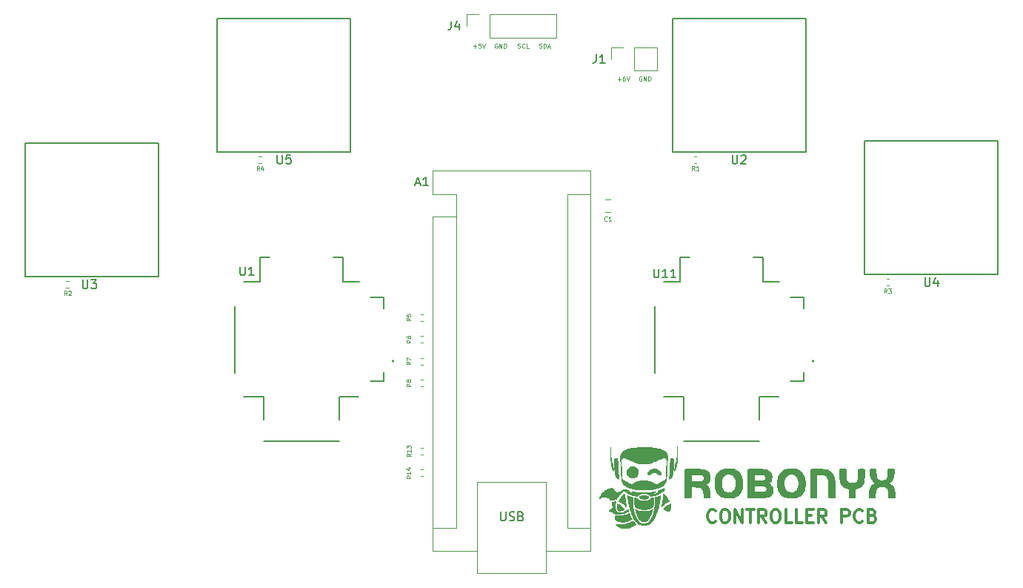
<source format=gto>
%TF.GenerationSoftware,KiCad,Pcbnew,(6.0.9)*%
%TF.CreationDate,2023-06-09T10:31:56+10:00*%
%TF.ProjectId,Joysticks2.0,4a6f7973-7469-4636-9b73-322e302e6b69,rev?*%
%TF.SameCoordinates,PX3d09000PY568bc30*%
%TF.FileFunction,Legend,Top*%
%TF.FilePolarity,Positive*%
%FSLAX46Y46*%
G04 Gerber Fmt 4.6, Leading zero omitted, Abs format (unit mm)*
G04 Created by KiCad (PCBNEW (6.0.9)) date 2023-06-09 10:31:56*
%MOMM*%
%LPD*%
G01*
G04 APERTURE LIST*
%ADD10C,0.100000*%
%ADD11C,0.300000*%
%ADD12C,0.150000*%
%ADD13C,0.127000*%
%ADD14C,0.200000*%
%ADD15C,0.120000*%
G04 APERTURE END LIST*
D10*
X34369047Y15500000D02*
X34321428Y15523810D01*
X34250000Y15523810D01*
X34178571Y15500000D01*
X34130952Y15452381D01*
X34107142Y15404762D01*
X34083333Y15309524D01*
X34083333Y15238096D01*
X34107142Y15142858D01*
X34130952Y15095239D01*
X34178571Y15047620D01*
X34250000Y15023810D01*
X34297619Y15023810D01*
X34369047Y15047620D01*
X34392857Y15071429D01*
X34392857Y15238096D01*
X34297619Y15238096D01*
X34607142Y15023810D02*
X34607142Y15523810D01*
X34892857Y15023810D01*
X34892857Y15523810D01*
X35130952Y15023810D02*
X35130952Y15523810D01*
X35250000Y15523810D01*
X35321428Y15500000D01*
X35369047Y15452381D01*
X35392857Y15404762D01*
X35416666Y15309524D01*
X35416666Y15238096D01*
X35392857Y15142858D01*
X35369047Y15095239D01*
X35321428Y15047620D01*
X35250000Y15023810D01*
X35130952Y15023810D01*
X36714761Y15047620D02*
X36786190Y15023810D01*
X36905238Y15023810D01*
X36952857Y15047620D01*
X36976666Y15071429D01*
X37000476Y15119048D01*
X37000476Y15166667D01*
X36976666Y15214286D01*
X36952857Y15238096D01*
X36905238Y15261905D01*
X36810000Y15285715D01*
X36762380Y15309524D01*
X36738571Y15333334D01*
X36714761Y15380953D01*
X36714761Y15428572D01*
X36738571Y15476191D01*
X36762380Y15500000D01*
X36810000Y15523810D01*
X36929047Y15523810D01*
X37000476Y15500000D01*
X37500476Y15071429D02*
X37476666Y15047620D01*
X37405238Y15023810D01*
X37357619Y15023810D01*
X37286190Y15047620D01*
X37238571Y15095239D01*
X37214761Y15142858D01*
X37190952Y15238096D01*
X37190952Y15309524D01*
X37214761Y15404762D01*
X37238571Y15452381D01*
X37286190Y15500000D01*
X37357619Y15523810D01*
X37405238Y15523810D01*
X37476666Y15500000D01*
X37500476Y15476191D01*
X37952857Y15023810D02*
X37714761Y15023810D01*
X37714761Y15523810D01*
X48107142Y11464286D02*
X48488095Y11464286D01*
X48297619Y11273810D02*
X48297619Y11654762D01*
X48940476Y11773810D02*
X48845238Y11773810D01*
X48797619Y11750000D01*
X48773809Y11726191D01*
X48726190Y11654762D01*
X48702380Y11559524D01*
X48702380Y11369048D01*
X48726190Y11321429D01*
X48750000Y11297620D01*
X48797619Y11273810D01*
X48892857Y11273810D01*
X48940476Y11297620D01*
X48964285Y11321429D01*
X48988095Y11369048D01*
X48988095Y11488096D01*
X48964285Y11535715D01*
X48940476Y11559524D01*
X48892857Y11583334D01*
X48797619Y11583334D01*
X48750000Y11559524D01*
X48726190Y11535715D01*
X48702380Y11488096D01*
X49130952Y11773810D02*
X49297619Y11273810D01*
X49464285Y11773810D01*
X31607142Y15214286D02*
X31988095Y15214286D01*
X31797619Y15023810D02*
X31797619Y15404762D01*
X32464285Y15523810D02*
X32226190Y15523810D01*
X32202380Y15285715D01*
X32226190Y15309524D01*
X32273809Y15333334D01*
X32392857Y15333334D01*
X32440476Y15309524D01*
X32464285Y15285715D01*
X32488095Y15238096D01*
X32488095Y15119048D01*
X32464285Y15071429D01*
X32440476Y15047620D01*
X32392857Y15023810D01*
X32273809Y15023810D01*
X32226190Y15047620D01*
X32202380Y15071429D01*
X32630952Y15523810D02*
X32797619Y15023810D01*
X32964285Y15523810D01*
D11*
X59321428Y-39035714D02*
X59250000Y-39107142D01*
X59035714Y-39178571D01*
X58892857Y-39178571D01*
X58678571Y-39107142D01*
X58535714Y-38964285D01*
X58464285Y-38821428D01*
X58392857Y-38535714D01*
X58392857Y-38321428D01*
X58464285Y-38035714D01*
X58535714Y-37892857D01*
X58678571Y-37750000D01*
X58892857Y-37678571D01*
X59035714Y-37678571D01*
X59250000Y-37750000D01*
X59321428Y-37821428D01*
X60250000Y-37678571D02*
X60535714Y-37678571D01*
X60678571Y-37750000D01*
X60821428Y-37892857D01*
X60892857Y-38178571D01*
X60892857Y-38678571D01*
X60821428Y-38964285D01*
X60678571Y-39107142D01*
X60535714Y-39178571D01*
X60250000Y-39178571D01*
X60107142Y-39107142D01*
X59964285Y-38964285D01*
X59892857Y-38678571D01*
X59892857Y-38178571D01*
X59964285Y-37892857D01*
X60107142Y-37750000D01*
X60250000Y-37678571D01*
X61535714Y-39178571D02*
X61535714Y-37678571D01*
X62392857Y-39178571D01*
X62392857Y-37678571D01*
X62892857Y-37678571D02*
X63750000Y-37678571D01*
X63321428Y-39178571D02*
X63321428Y-37678571D01*
X65107142Y-39178571D02*
X64607142Y-38464285D01*
X64250000Y-39178571D02*
X64250000Y-37678571D01*
X64821428Y-37678571D01*
X64964285Y-37750000D01*
X65035714Y-37821428D01*
X65107142Y-37964285D01*
X65107142Y-38178571D01*
X65035714Y-38321428D01*
X64964285Y-38392857D01*
X64821428Y-38464285D01*
X64250000Y-38464285D01*
X66035714Y-37678571D02*
X66321428Y-37678571D01*
X66464285Y-37750000D01*
X66607142Y-37892857D01*
X66678571Y-38178571D01*
X66678571Y-38678571D01*
X66607142Y-38964285D01*
X66464285Y-39107142D01*
X66321428Y-39178571D01*
X66035714Y-39178571D01*
X65892857Y-39107142D01*
X65750000Y-38964285D01*
X65678571Y-38678571D01*
X65678571Y-38178571D01*
X65750000Y-37892857D01*
X65892857Y-37750000D01*
X66035714Y-37678571D01*
X68035714Y-39178571D02*
X67321428Y-39178571D01*
X67321428Y-37678571D01*
X69250000Y-39178571D02*
X68535714Y-39178571D01*
X68535714Y-37678571D01*
X69750000Y-38392857D02*
X70250000Y-38392857D01*
X70464285Y-39178571D02*
X69750000Y-39178571D01*
X69750000Y-37678571D01*
X70464285Y-37678571D01*
X71964285Y-39178571D02*
X71464285Y-38464285D01*
X71107142Y-39178571D02*
X71107142Y-37678571D01*
X71678571Y-37678571D01*
X71821428Y-37750000D01*
X71892857Y-37821428D01*
X71964285Y-37964285D01*
X71964285Y-38178571D01*
X71892857Y-38321428D01*
X71821428Y-38392857D01*
X71678571Y-38464285D01*
X71107142Y-38464285D01*
X73750000Y-39178571D02*
X73750000Y-37678571D01*
X74321428Y-37678571D01*
X74464285Y-37750000D01*
X74535714Y-37821428D01*
X74607142Y-37964285D01*
X74607142Y-38178571D01*
X74535714Y-38321428D01*
X74464285Y-38392857D01*
X74321428Y-38464285D01*
X73750000Y-38464285D01*
X76107142Y-39035714D02*
X76035714Y-39107142D01*
X75821428Y-39178571D01*
X75678571Y-39178571D01*
X75464285Y-39107142D01*
X75321428Y-38964285D01*
X75250000Y-38821428D01*
X75178571Y-38535714D01*
X75178571Y-38321428D01*
X75250000Y-38035714D01*
X75321428Y-37892857D01*
X75464285Y-37750000D01*
X75678571Y-37678571D01*
X75821428Y-37678571D01*
X76035714Y-37750000D01*
X76107142Y-37821428D01*
X77250000Y-38392857D02*
X77464285Y-38464285D01*
X77535714Y-38535714D01*
X77607142Y-38678571D01*
X77607142Y-38892857D01*
X77535714Y-39035714D01*
X77464285Y-39107142D01*
X77321428Y-39178571D01*
X76750000Y-39178571D01*
X76750000Y-37678571D01*
X77250000Y-37678571D01*
X77392857Y-37750000D01*
X77464285Y-37821428D01*
X77535714Y-37964285D01*
X77535714Y-38107142D01*
X77464285Y-38250000D01*
X77392857Y-38321428D01*
X77250000Y-38392857D01*
X76750000Y-38392857D01*
D10*
X50869047Y11750000D02*
X50821428Y11773810D01*
X50750000Y11773810D01*
X50678571Y11750000D01*
X50630952Y11702381D01*
X50607142Y11654762D01*
X50583333Y11559524D01*
X50583333Y11488096D01*
X50607142Y11392858D01*
X50630952Y11345239D01*
X50678571Y11297620D01*
X50750000Y11273810D01*
X50797619Y11273810D01*
X50869047Y11297620D01*
X50892857Y11321429D01*
X50892857Y11488096D01*
X50797619Y11488096D01*
X51107142Y11273810D02*
X51107142Y11773810D01*
X51392857Y11273810D01*
X51392857Y11773810D01*
X51630952Y11273810D02*
X51630952Y11773810D01*
X51750000Y11773810D01*
X51821428Y11750000D01*
X51869047Y11702381D01*
X51892857Y11654762D01*
X51916666Y11559524D01*
X51916666Y11488096D01*
X51892857Y11392858D01*
X51869047Y11345239D01*
X51821428Y11297620D01*
X51750000Y11273810D01*
X51630952Y11273810D01*
X39142857Y15047620D02*
X39214285Y15023810D01*
X39333333Y15023810D01*
X39380952Y15047620D01*
X39404761Y15071429D01*
X39428571Y15119048D01*
X39428571Y15166667D01*
X39404761Y15214286D01*
X39380952Y15238096D01*
X39333333Y15261905D01*
X39238095Y15285715D01*
X39190476Y15309524D01*
X39166666Y15333334D01*
X39142857Y15380953D01*
X39142857Y15428572D01*
X39166666Y15476191D01*
X39190476Y15500000D01*
X39238095Y15523810D01*
X39357142Y15523810D01*
X39428571Y15500000D01*
X39642857Y15023810D02*
X39642857Y15523810D01*
X39761904Y15523810D01*
X39833333Y15500000D01*
X39880952Y15452381D01*
X39904761Y15404762D01*
X39928571Y15309524D01*
X39928571Y15238096D01*
X39904761Y15142858D01*
X39880952Y15095239D01*
X39833333Y15047620D01*
X39761904Y15023810D01*
X39642857Y15023810D01*
X40119047Y15166667D02*
X40357142Y15166667D01*
X40071428Y15023810D02*
X40238095Y15523810D01*
X40404761Y15023810D01*
D12*
%TO.C,U1*%
X4988095Y-9952380D02*
X4988095Y-10761904D01*
X5035714Y-10857142D01*
X5083333Y-10904761D01*
X5178571Y-10952380D01*
X5369047Y-10952380D01*
X5464285Y-10904761D01*
X5511904Y-10857142D01*
X5559523Y-10761904D01*
X5559523Y-9952380D01*
X6559523Y-10952380D02*
X5988095Y-10952380D01*
X6273809Y-10952380D02*
X6273809Y-9952380D01*
X6178571Y-10095238D01*
X6083333Y-10190476D01*
X5988095Y-10238095D01*
D10*
%TO.C,R2*%
X-14833334Y-13226190D02*
X-15000000Y-12988095D01*
X-15119048Y-13226190D02*
X-15119048Y-12726190D01*
X-14928572Y-12726190D01*
X-14880953Y-12750000D01*
X-14857143Y-12773809D01*
X-14833334Y-12821428D01*
X-14833334Y-12892857D01*
X-14857143Y-12940476D01*
X-14880953Y-12964285D01*
X-14928572Y-12988095D01*
X-15119048Y-12988095D01*
X-14642858Y-12773809D02*
X-14619048Y-12750000D01*
X-14571429Y-12726190D01*
X-14452381Y-12726190D01*
X-14404762Y-12750000D01*
X-14380953Y-12773809D01*
X-14357143Y-12821428D01*
X-14357143Y-12869047D01*
X-14380953Y-12940476D01*
X-14666667Y-13226190D01*
X-14357143Y-13226190D01*
D12*
%TO.C,U11*%
X52261904Y-10202380D02*
X52261904Y-11011904D01*
X52309523Y-11107142D01*
X52357142Y-11154761D01*
X52452380Y-11202380D01*
X52642857Y-11202380D01*
X52738095Y-11154761D01*
X52785714Y-11107142D01*
X52833333Y-11011904D01*
X52833333Y-10202380D01*
X53833333Y-11202380D02*
X53261904Y-11202380D01*
X53547619Y-11202380D02*
X53547619Y-10202380D01*
X53452380Y-10345238D01*
X53357142Y-10440476D01*
X53261904Y-10488095D01*
X54785714Y-11202380D02*
X54214285Y-11202380D01*
X54500000Y-11202380D02*
X54500000Y-10202380D01*
X54404761Y-10345238D01*
X54309523Y-10440476D01*
X54214285Y-10488095D01*
D10*
%TO.C,R8*%
X24476190Y-23333333D02*
X24238095Y-23500000D01*
X24476190Y-23619047D02*
X23976190Y-23619047D01*
X23976190Y-23428571D01*
X24000000Y-23380952D01*
X24023809Y-23357142D01*
X24071428Y-23333333D01*
X24142857Y-23333333D01*
X24190476Y-23357142D01*
X24214285Y-23380952D01*
X24238095Y-23428571D01*
X24238095Y-23619047D01*
X24190476Y-23047619D02*
X24166666Y-23095238D01*
X24142857Y-23119047D01*
X24095238Y-23142857D01*
X24071428Y-23142857D01*
X24023809Y-23119047D01*
X24000000Y-23095238D01*
X23976190Y-23047619D01*
X23976190Y-22952380D01*
X24000000Y-22904761D01*
X24023809Y-22880952D01*
X24071428Y-22857142D01*
X24095238Y-22857142D01*
X24142857Y-22880952D01*
X24166666Y-22904761D01*
X24190476Y-22952380D01*
X24190476Y-23047619D01*
X24214285Y-23095238D01*
X24238095Y-23119047D01*
X24285714Y-23142857D01*
X24380952Y-23142857D01*
X24428571Y-23119047D01*
X24452380Y-23095238D01*
X24476190Y-23047619D01*
X24476190Y-22952380D01*
X24452380Y-22904761D01*
X24428571Y-22880952D01*
X24380952Y-22857142D01*
X24285714Y-22857142D01*
X24238095Y-22880952D01*
X24214285Y-22904761D01*
X24190476Y-22952380D01*
D12*
%TO.C,U2*%
X61238095Y2797620D02*
X61238095Y1988096D01*
X61285714Y1892858D01*
X61333333Y1845239D01*
X61428571Y1797620D01*
X61619047Y1797620D01*
X61714285Y1845239D01*
X61761904Y1892858D01*
X61809523Y1988096D01*
X61809523Y2797620D01*
X62238095Y2702381D02*
X62285714Y2750000D01*
X62380952Y2797620D01*
X62619047Y2797620D01*
X62714285Y2750000D01*
X62761904Y2702381D01*
X62809523Y2607143D01*
X62809523Y2511905D01*
X62761904Y2369048D01*
X62190476Y1797620D01*
X62809523Y1797620D01*
%TO.C,U3*%
X-13011905Y-11452380D02*
X-13011905Y-12261904D01*
X-12964286Y-12357142D01*
X-12916667Y-12404761D01*
X-12821429Y-12452380D01*
X-12630953Y-12452380D01*
X-12535715Y-12404761D01*
X-12488096Y-12357142D01*
X-12440477Y-12261904D01*
X-12440477Y-11452380D01*
X-12059524Y-11452380D02*
X-11440477Y-11452380D01*
X-11773810Y-11833333D01*
X-11630953Y-11833333D01*
X-11535715Y-11880952D01*
X-11488096Y-11928571D01*
X-11440477Y-12023809D01*
X-11440477Y-12261904D01*
X-11488096Y-12357142D01*
X-11535715Y-12404761D01*
X-11630953Y-12452380D01*
X-11916667Y-12452380D01*
X-12011905Y-12404761D01*
X-12059524Y-12357142D01*
D10*
%TO.C,R14*%
X24476190Y-33821428D02*
X24238095Y-33988095D01*
X24476190Y-34107142D02*
X23976190Y-34107142D01*
X23976190Y-33916666D01*
X24000000Y-33869047D01*
X24023809Y-33845238D01*
X24071428Y-33821428D01*
X24142857Y-33821428D01*
X24190476Y-33845238D01*
X24214285Y-33869047D01*
X24238095Y-33916666D01*
X24238095Y-34107142D01*
X24476190Y-33345238D02*
X24476190Y-33630952D01*
X24476190Y-33488095D02*
X23976190Y-33488095D01*
X24047619Y-33535714D01*
X24095238Y-33583333D01*
X24119047Y-33630952D01*
X24142857Y-32916666D02*
X24476190Y-32916666D01*
X23952380Y-33035714D02*
X24309523Y-33154761D01*
X24309523Y-32845238D01*
D12*
%TO.C,A1*%
X25035714Y-416666D02*
X25511904Y-416666D01*
X24940476Y-702380D02*
X25273809Y297620D01*
X25607142Y-702380D01*
X26464285Y-702380D02*
X25892857Y-702380D01*
X26178571Y-702380D02*
X26178571Y297620D01*
X26083333Y154762D01*
X25988095Y59524D01*
X25892857Y11905D01*
X34748095Y-37962380D02*
X34748095Y-38771904D01*
X34795714Y-38867142D01*
X34843333Y-38914761D01*
X34938571Y-38962380D01*
X35129047Y-38962380D01*
X35224285Y-38914761D01*
X35271904Y-38867142D01*
X35319523Y-38771904D01*
X35319523Y-37962380D01*
X35748095Y-38914761D02*
X35890952Y-38962380D01*
X36129047Y-38962380D01*
X36224285Y-38914761D01*
X36271904Y-38867142D01*
X36319523Y-38771904D01*
X36319523Y-38676666D01*
X36271904Y-38581428D01*
X36224285Y-38533809D01*
X36129047Y-38486190D01*
X35938571Y-38438571D01*
X35843333Y-38390952D01*
X35795714Y-38343333D01*
X35748095Y-38248095D01*
X35748095Y-38152857D01*
X35795714Y-38057619D01*
X35843333Y-38010000D01*
X35938571Y-37962380D01*
X36176666Y-37962380D01*
X36319523Y-38010000D01*
X37081428Y-38438571D02*
X37224285Y-38486190D01*
X37271904Y-38533809D01*
X37319523Y-38629047D01*
X37319523Y-38771904D01*
X37271904Y-38867142D01*
X37224285Y-38914761D01*
X37129047Y-38962380D01*
X36748095Y-38962380D01*
X36748095Y-37962380D01*
X37081428Y-37962380D01*
X37176666Y-38010000D01*
X37224285Y-38057619D01*
X37271904Y-38152857D01*
X37271904Y-38248095D01*
X37224285Y-38343333D01*
X37176666Y-38390952D01*
X37081428Y-38438571D01*
X36748095Y-38438571D01*
D10*
%TO.C,C1*%
X46916666Y-4678571D02*
X46892857Y-4702380D01*
X46821428Y-4726190D01*
X46773809Y-4726190D01*
X46702380Y-4702380D01*
X46654761Y-4654761D01*
X46630952Y-4607142D01*
X46607142Y-4511904D01*
X46607142Y-4440476D01*
X46630952Y-4345238D01*
X46654761Y-4297619D01*
X46702380Y-4250000D01*
X46773809Y-4226190D01*
X46821428Y-4226190D01*
X46892857Y-4250000D01*
X46916666Y-4273809D01*
X47392857Y-4726190D02*
X47107142Y-4726190D01*
X47250000Y-4726190D02*
X47250000Y-4226190D01*
X47202380Y-4297619D01*
X47154761Y-4345238D01*
X47107142Y-4369047D01*
%TO.C,R13*%
X24486190Y-31321428D02*
X24248095Y-31488095D01*
X24486190Y-31607142D02*
X23986190Y-31607142D01*
X23986190Y-31416666D01*
X24010000Y-31369047D01*
X24033809Y-31345238D01*
X24081428Y-31321428D01*
X24152857Y-31321428D01*
X24200476Y-31345238D01*
X24224285Y-31369047D01*
X24248095Y-31416666D01*
X24248095Y-31607142D01*
X24486190Y-30845238D02*
X24486190Y-31130952D01*
X24486190Y-30988095D02*
X23986190Y-30988095D01*
X24057619Y-31035714D01*
X24105238Y-31083333D01*
X24129047Y-31130952D01*
X23986190Y-30678571D02*
X23986190Y-30369047D01*
X24176666Y-30535714D01*
X24176666Y-30464285D01*
X24200476Y-30416666D01*
X24224285Y-30392857D01*
X24271904Y-30369047D01*
X24390952Y-30369047D01*
X24438571Y-30392857D01*
X24462380Y-30416666D01*
X24486190Y-30464285D01*
X24486190Y-30607142D01*
X24462380Y-30654761D01*
X24438571Y-30678571D01*
%TO.C,R4*%
X7166666Y1023810D02*
X7000000Y1261905D01*
X6880952Y1023810D02*
X6880952Y1523810D01*
X7071428Y1523810D01*
X7119047Y1500000D01*
X7142857Y1476191D01*
X7166666Y1428572D01*
X7166666Y1357143D01*
X7142857Y1309524D01*
X7119047Y1285715D01*
X7071428Y1261905D01*
X6880952Y1261905D01*
X7595238Y1357143D02*
X7595238Y1023810D01*
X7476190Y1547620D02*
X7357142Y1190477D01*
X7666666Y1190477D01*
D12*
%TO.C,U4*%
X83238095Y-11202380D02*
X83238095Y-12011904D01*
X83285714Y-12107142D01*
X83333333Y-12154761D01*
X83428571Y-12202380D01*
X83619047Y-12202380D01*
X83714285Y-12154761D01*
X83761904Y-12107142D01*
X83809523Y-12011904D01*
X83809523Y-11202380D01*
X84714285Y-11535714D02*
X84714285Y-12202380D01*
X84476190Y-11154761D02*
X84238095Y-11869047D01*
X84857142Y-11869047D01*
%TO.C,U5*%
X9238095Y2797620D02*
X9238095Y1988096D01*
X9285714Y1892858D01*
X9333333Y1845239D01*
X9428571Y1797620D01*
X9619047Y1797620D01*
X9714285Y1845239D01*
X9761904Y1892858D01*
X9809523Y1988096D01*
X9809523Y2797620D01*
X10761904Y2797620D02*
X10285714Y2797620D01*
X10238095Y2321429D01*
X10285714Y2369048D01*
X10380952Y2416667D01*
X10619047Y2416667D01*
X10714285Y2369048D01*
X10761904Y2321429D01*
X10809523Y2226191D01*
X10809523Y1988096D01*
X10761904Y1892858D01*
X10714285Y1845239D01*
X10619047Y1797620D01*
X10380952Y1797620D01*
X10285714Y1845239D01*
X10238095Y1892858D01*
D10*
%TO.C,R5*%
X24476190Y-15833333D02*
X24238095Y-16000000D01*
X24476190Y-16119047D02*
X23976190Y-16119047D01*
X23976190Y-15928571D01*
X24000000Y-15880952D01*
X24023809Y-15857142D01*
X24071428Y-15833333D01*
X24142857Y-15833333D01*
X24190476Y-15857142D01*
X24214285Y-15880952D01*
X24238095Y-15928571D01*
X24238095Y-16119047D01*
X23976190Y-15380952D02*
X23976190Y-15619047D01*
X24214285Y-15642857D01*
X24190476Y-15619047D01*
X24166666Y-15571428D01*
X24166666Y-15452380D01*
X24190476Y-15404761D01*
X24214285Y-15380952D01*
X24261904Y-15357142D01*
X24380952Y-15357142D01*
X24428571Y-15380952D01*
X24452380Y-15404761D01*
X24476190Y-15452380D01*
X24476190Y-15571428D01*
X24452380Y-15619047D01*
X24428571Y-15642857D01*
%TO.C,R6*%
X24476190Y-18333333D02*
X24238095Y-18500000D01*
X24476190Y-18619047D02*
X23976190Y-18619047D01*
X23976190Y-18428571D01*
X24000000Y-18380952D01*
X24023809Y-18357142D01*
X24071428Y-18333333D01*
X24142857Y-18333333D01*
X24190476Y-18357142D01*
X24214285Y-18380952D01*
X24238095Y-18428571D01*
X24238095Y-18619047D01*
X23976190Y-17904761D02*
X23976190Y-18000000D01*
X24000000Y-18047619D01*
X24023809Y-18071428D01*
X24095238Y-18119047D01*
X24190476Y-18142857D01*
X24380952Y-18142857D01*
X24428571Y-18119047D01*
X24452380Y-18095238D01*
X24476190Y-18047619D01*
X24476190Y-17952380D01*
X24452380Y-17904761D01*
X24428571Y-17880952D01*
X24380952Y-17857142D01*
X24261904Y-17857142D01*
X24214285Y-17880952D01*
X24190476Y-17904761D01*
X24166666Y-17952380D01*
X24166666Y-18047619D01*
X24190476Y-18095238D01*
X24214285Y-18119047D01*
X24261904Y-18142857D01*
D12*
%TO.C,J1*%
X45666666Y14297620D02*
X45666666Y13583334D01*
X45619047Y13440477D01*
X45523809Y13345239D01*
X45380952Y13297620D01*
X45285714Y13297620D01*
X46666666Y13297620D02*
X46095238Y13297620D01*
X46380952Y13297620D02*
X46380952Y14297620D01*
X46285714Y14154762D01*
X46190476Y14059524D01*
X46095238Y14011905D01*
D10*
%TO.C,R3*%
X78916666Y-12976190D02*
X78750000Y-12738095D01*
X78630952Y-12976190D02*
X78630952Y-12476190D01*
X78821428Y-12476190D01*
X78869047Y-12500000D01*
X78892857Y-12523809D01*
X78916666Y-12571428D01*
X78916666Y-12642857D01*
X78892857Y-12690476D01*
X78869047Y-12714285D01*
X78821428Y-12738095D01*
X78630952Y-12738095D01*
X79083333Y-12476190D02*
X79392857Y-12476190D01*
X79226190Y-12666666D01*
X79297619Y-12666666D01*
X79345238Y-12690476D01*
X79369047Y-12714285D01*
X79392857Y-12761904D01*
X79392857Y-12880952D01*
X79369047Y-12928571D01*
X79345238Y-12952380D01*
X79297619Y-12976190D01*
X79154761Y-12976190D01*
X79107142Y-12952380D01*
X79083333Y-12928571D01*
%TO.C,R1*%
X56916666Y1023810D02*
X56750000Y1261905D01*
X56630952Y1023810D02*
X56630952Y1523810D01*
X56821428Y1523810D01*
X56869047Y1500000D01*
X56892857Y1476191D01*
X56916666Y1428572D01*
X56916666Y1357143D01*
X56892857Y1309524D01*
X56869047Y1285715D01*
X56821428Y1261905D01*
X56630952Y1261905D01*
X57392857Y1023810D02*
X57107142Y1023810D01*
X57250000Y1023810D02*
X57250000Y1523810D01*
X57202380Y1452381D01*
X57154761Y1404762D01*
X57107142Y1380953D01*
%TO.C,R7*%
X24476190Y-20833333D02*
X24238095Y-21000000D01*
X24476190Y-21119047D02*
X23976190Y-21119047D01*
X23976190Y-20928571D01*
X24000000Y-20880952D01*
X24023809Y-20857142D01*
X24071428Y-20833333D01*
X24142857Y-20833333D01*
X24190476Y-20857142D01*
X24214285Y-20880952D01*
X24238095Y-20928571D01*
X24238095Y-21119047D01*
X23976190Y-20666666D02*
X23976190Y-20333333D01*
X24476190Y-20547619D01*
D12*
%TO.C,J4*%
X29096666Y18072620D02*
X29096666Y17358334D01*
X29049047Y17215477D01*
X28953809Y17120239D01*
X28810952Y17072620D01*
X28715714Y17072620D01*
X30001428Y17739286D02*
X30001428Y17072620D01*
X29763333Y18120239D02*
X29525238Y17405953D01*
X30144285Y17405953D01*
D13*
%TO.C,U1*%
X16300000Y-27400000D02*
X16300000Y-24825000D01*
X16750000Y-8850000D02*
X16750000Y-11675000D01*
X16300000Y-24825000D02*
X18550000Y-24825000D01*
X19900000Y-13500000D02*
X21400000Y-13500000D01*
X16750000Y-11675000D02*
X18575000Y-11675000D01*
X8350000Y-8850000D02*
X7250000Y-8850000D01*
X7700000Y-29850000D02*
X16300000Y-29850000D01*
X21400000Y-23000000D02*
X19850000Y-23000000D01*
X15650000Y-8850000D02*
X16750000Y-8850000D01*
X7250000Y-11675000D02*
X5425000Y-11675000D01*
X7700000Y-24825000D02*
X7700000Y-27400000D01*
X21400000Y-22050000D02*
X21400000Y-23000000D01*
X7250000Y-8850000D02*
X7250000Y-11675000D01*
X5425000Y-24825000D02*
X7700000Y-24825000D01*
X21400000Y-13500000D02*
X21400000Y-14700000D01*
X4400000Y-14440000D02*
X4400000Y-22060000D01*
D14*
X22550000Y-20750000D02*
G75*
G03*
X22550000Y-20750000I-100000J0D01*
G01*
D15*
%TO.C,R2*%
X-14903641Y-11620000D02*
X-14596359Y-11620000D01*
X-14903641Y-12380000D02*
X-14596359Y-12380000D01*
D13*
%TO.C,U11*%
X69400000Y-13500000D02*
X69400000Y-14700000D01*
X55700000Y-24825000D02*
X55700000Y-27400000D01*
X56350000Y-8850000D02*
X55250000Y-8850000D01*
X52400000Y-14440000D02*
X52400000Y-22060000D01*
X63650000Y-8850000D02*
X64750000Y-8850000D01*
X55700000Y-29850000D02*
X64300000Y-29850000D01*
X69400000Y-22050000D02*
X69400000Y-23000000D01*
X67900000Y-13500000D02*
X69400000Y-13500000D01*
X64750000Y-11675000D02*
X66575000Y-11675000D01*
X55250000Y-8850000D02*
X55250000Y-11675000D01*
X64300000Y-24825000D02*
X66550000Y-24825000D01*
X64300000Y-27400000D02*
X64300000Y-24825000D01*
X64750000Y-8850000D02*
X64750000Y-11675000D01*
X55250000Y-11675000D02*
X53425000Y-11675000D01*
X69400000Y-23000000D02*
X67850000Y-23000000D01*
X53425000Y-24825000D02*
X55700000Y-24825000D01*
D14*
X70550000Y-20750000D02*
G75*
G03*
X70550000Y-20750000I-100000J0D01*
G01*
D15*
%TO.C,R8*%
X25596359Y-23630000D02*
X25903641Y-23630000D01*
X25596359Y-22870000D02*
X25903641Y-22870000D01*
D13*
%TO.C,U2*%
X54380000Y18370000D02*
X69620000Y18370000D01*
X54380000Y3130000D02*
X54380000Y18370000D01*
X69620000Y18370000D02*
X69620000Y3130000D01*
X69620000Y3130000D02*
X54380000Y3130000D01*
%TO.C,U3*%
X-19620000Y-11120000D02*
X-19620000Y4120000D01*
X-4380000Y-11120000D02*
X-19620000Y-11120000D01*
X-19620000Y4120000D02*
X-4380000Y4120000D01*
X-4380000Y4120000D02*
X-4380000Y-11120000D01*
D15*
%TO.C,R14*%
X25596359Y-33120000D02*
X25903641Y-33120000D01*
X25596359Y-33880000D02*
X25903641Y-33880000D01*
%TO.C,A1*%
X39950000Y-34570000D02*
X39950000Y-44990000D01*
X29660000Y-4220000D02*
X26990000Y-4220000D01*
X45030000Y-42450000D02*
X45030000Y990000D01*
X26990000Y-42450000D02*
X32070000Y-42450000D01*
X26990000Y990000D02*
X26990000Y-1680000D01*
X45030000Y990000D02*
X26990000Y990000D01*
X29660000Y-1680000D02*
X26990000Y-1680000D01*
X42360000Y-39780000D02*
X45030000Y-39780000D01*
X29660000Y-4220000D02*
X29660000Y-39780000D01*
X39950000Y-44990000D02*
X32070000Y-44990000D01*
X45030000Y-42450000D02*
X39950000Y-42450000D01*
X29660000Y-4220000D02*
X29660000Y-1680000D01*
X42360000Y-1680000D02*
X42360000Y-39780000D01*
X32070000Y-34570000D02*
X39950000Y-34570000D01*
X32070000Y-44990000D02*
X32070000Y-34570000D01*
X42360000Y-1680000D02*
X45030000Y-1680000D01*
X29660000Y-39780000D02*
X26990000Y-39780000D01*
X26990000Y-4220000D02*
X26990000Y-42450000D01*
%TO.C,C1*%
X46738748Y-3735000D02*
X47261252Y-3735000D01*
X46738748Y-2265000D02*
X47261252Y-2265000D01*
%TO.C,R13*%
X25596359Y-31380000D02*
X25903641Y-31380000D01*
X25596359Y-30620000D02*
X25903641Y-30620000D01*
%TO.C,G\u002A\u002A\u002A*%
G36*
X52263473Y-36318362D02*
G01*
X52266736Y-36331888D01*
X52269564Y-36363417D01*
X52271925Y-36409788D01*
X52273788Y-36467841D01*
X52275122Y-36534417D01*
X52275897Y-36606354D01*
X52276081Y-36680493D01*
X52275644Y-36753674D01*
X52274555Y-36822736D01*
X52272782Y-36884519D01*
X52270296Y-36935863D01*
X52269607Y-36946042D01*
X52261463Y-37048346D01*
X52252565Y-37142124D01*
X52243203Y-37225193D01*
X52233667Y-37295368D01*
X52224249Y-37350466D01*
X52215237Y-37388303D01*
X52208685Y-37404415D01*
X52184610Y-37430350D01*
X52143609Y-37461369D01*
X52088817Y-37495806D01*
X52023371Y-37531995D01*
X51950403Y-37568269D01*
X51873051Y-37602960D01*
X51794449Y-37634403D01*
X51739333Y-37653930D01*
X51655690Y-37680522D01*
X51580915Y-37700994D01*
X51509767Y-37716164D01*
X51437006Y-37726848D01*
X51357392Y-37733864D01*
X51265683Y-37738028D01*
X51189000Y-37739723D01*
X51119724Y-37740557D01*
X51055904Y-37740880D01*
X51001188Y-37740709D01*
X50959227Y-37740060D01*
X50933670Y-37738951D01*
X50929708Y-37738525D01*
X50793927Y-37715311D01*
X50672594Y-37687502D01*
X50559153Y-37653103D01*
X50447046Y-37610118D01*
X50329715Y-37556552D01*
X50326458Y-37554962D01*
X50250397Y-37516966D01*
X50191600Y-37485434D01*
X50147778Y-37458729D01*
X50116644Y-37435212D01*
X50095906Y-37413244D01*
X50083277Y-37391185D01*
X50078738Y-37377597D01*
X50063381Y-37303474D01*
X50050953Y-37208411D01*
X50041457Y-37092432D01*
X50034893Y-36955560D01*
X50031264Y-36797818D01*
X50030475Y-36679705D01*
X50030604Y-36595512D01*
X50031134Y-36518129D01*
X50032014Y-36450086D01*
X50033196Y-36393911D01*
X50034629Y-36352135D01*
X50036265Y-36327286D01*
X50037460Y-36321356D01*
X50049805Y-36320570D01*
X50079497Y-36322945D01*
X50123020Y-36328075D01*
X50176858Y-36335553D01*
X50227675Y-36343381D01*
X50294732Y-36354392D01*
X50344064Y-36363279D01*
X50378901Y-36370920D01*
X50402471Y-36378193D01*
X50418001Y-36385974D01*
X50428721Y-36395142D01*
X50432006Y-36398929D01*
X50487704Y-36463456D01*
X50538185Y-36513089D01*
X50588457Y-36551466D01*
X50643531Y-36582226D01*
X50708416Y-36609006D01*
X50733282Y-36617742D01*
X50808191Y-36641421D01*
X50877010Y-36658666D01*
X50945597Y-36670323D01*
X51019807Y-36677240D01*
X51105497Y-36680262D01*
X51167833Y-36680547D01*
X51238347Y-36679980D01*
X51292717Y-36678540D01*
X51335962Y-36675728D01*
X51373103Y-36671046D01*
X51409159Y-36663994D01*
X51449149Y-36654073D01*
X51458119Y-36651685D01*
X51517738Y-36633293D01*
X51583732Y-36609198D01*
X51644336Y-36583785D01*
X51659799Y-36576516D01*
X51699228Y-36556773D01*
X51730285Y-36539010D01*
X51757118Y-36519759D01*
X51783874Y-36495550D01*
X51814699Y-36462915D01*
X51853742Y-36418384D01*
X51866333Y-36403751D01*
X51877125Y-36392397D01*
X51889639Y-36383401D01*
X51907212Y-36375794D01*
X51933179Y-36368610D01*
X51970875Y-36360880D01*
X52023637Y-36351638D01*
X52075538Y-36343060D01*
X52135127Y-36333642D01*
X52187182Y-36326040D01*
X52228238Y-36320707D01*
X52254832Y-36318099D01*
X52263473Y-36318362D01*
G37*
G36*
X53083417Y-36011946D02*
G01*
X53081730Y-36035813D01*
X53076926Y-36078053D01*
X53069390Y-36136162D01*
X53059508Y-36207639D01*
X53047666Y-36289981D01*
X53034248Y-36380685D01*
X53019639Y-36477250D01*
X53004226Y-36577171D01*
X52988394Y-36677948D01*
X52972527Y-36777076D01*
X52957012Y-36872055D01*
X52942234Y-36960381D01*
X52928577Y-37039553D01*
X52916428Y-37107066D01*
X52907856Y-37152001D01*
X52852382Y-37407478D01*
X52789151Y-37653891D01*
X52718737Y-37889821D01*
X52641713Y-38113854D01*
X52558654Y-38324571D01*
X52470132Y-38520557D01*
X52376722Y-38700393D01*
X52278997Y-38862664D01*
X52177531Y-39005953D01*
X52136352Y-39057244D01*
X52024135Y-39179959D01*
X51908494Y-39282606D01*
X51787929Y-39366193D01*
X51660943Y-39431733D01*
X51526037Y-39480234D01*
X51497175Y-39488188D01*
X51456969Y-39498055D01*
X51419471Y-39505365D01*
X51380003Y-39510587D01*
X51333887Y-39514192D01*
X51276446Y-39516648D01*
X51203002Y-39518426D01*
X51194292Y-39518590D01*
X51086731Y-39519237D01*
X50998594Y-39516860D01*
X50930519Y-39511483D01*
X50908542Y-39508415D01*
X50756948Y-39473409D01*
X50614814Y-39419637D01*
X50481936Y-39346970D01*
X50358109Y-39255279D01*
X50243131Y-39144433D01*
X50142100Y-39021525D01*
X50080192Y-38935591D01*
X50019672Y-38847640D01*
X49963069Y-38761581D01*
X49912910Y-38681326D01*
X49871725Y-38610786D01*
X49849014Y-38568144D01*
X49797336Y-38457990D01*
X49743688Y-38330018D01*
X49689077Y-38187370D01*
X49634512Y-38033182D01*
X49581000Y-37870596D01*
X49529551Y-37702750D01*
X49481171Y-37532783D01*
X49436870Y-37363834D01*
X49397655Y-37199043D01*
X49373998Y-37088960D01*
X49363310Y-37033502D01*
X49351266Y-36965524D01*
X49338199Y-36887383D01*
X49324440Y-36801436D01*
X49310322Y-36710042D01*
X49296175Y-36615556D01*
X49282331Y-36520336D01*
X49269123Y-36426740D01*
X49256881Y-36337125D01*
X49245938Y-36253848D01*
X49236626Y-36179266D01*
X49229276Y-36115736D01*
X49224220Y-36065616D01*
X49221790Y-36031264D01*
X49222317Y-36015035D01*
X49222745Y-36014227D01*
X49233669Y-36016873D01*
X49257707Y-36029042D01*
X49290438Y-36048406D01*
X49304433Y-36057293D01*
X49405878Y-36115717D01*
X49519869Y-36167395D01*
X49649267Y-36213489D01*
X49784350Y-36251953D01*
X49824258Y-36262649D01*
X49856407Y-36272076D01*
X49875094Y-36278539D01*
X49876954Y-36279469D01*
X49879991Y-36291790D01*
X49882568Y-36323664D01*
X49884633Y-36373483D01*
X49886135Y-36439636D01*
X49887020Y-36520516D01*
X49887250Y-36595879D01*
X49890732Y-36834423D01*
X49901534Y-37056722D01*
X49920191Y-37266583D01*
X49947239Y-37467810D01*
X49983213Y-37664209D01*
X50028647Y-37859585D01*
X50084078Y-38057744D01*
X50100199Y-38110208D01*
X50168815Y-38313119D01*
X50241465Y-38495566D01*
X50318383Y-38657908D01*
X50399804Y-38800505D01*
X50485963Y-38923717D01*
X50577096Y-39027903D01*
X50673437Y-39113421D01*
X50775222Y-39180632D01*
X50813292Y-39200439D01*
X50933309Y-39247611D01*
X51054924Y-39274107D01*
X51176731Y-39280205D01*
X51297327Y-39266181D01*
X51415307Y-39232312D01*
X51529268Y-39178876D01*
X51637805Y-39106150D01*
X51735617Y-39018418D01*
X51818113Y-38922521D01*
X51897784Y-38807184D01*
X51974060Y-38674015D01*
X52046369Y-38524619D01*
X52114141Y-38360603D01*
X52176803Y-38183575D01*
X52233786Y-37995141D01*
X52284517Y-37796907D01*
X52328427Y-37590481D01*
X52364944Y-37377469D01*
X52392206Y-37171009D01*
X52398007Y-37112587D01*
X52402583Y-37049465D01*
X52406042Y-36978574D01*
X52408494Y-36896844D01*
X52410046Y-36801205D01*
X52410809Y-36688589D01*
X52410911Y-36643082D01*
X52411375Y-36276623D01*
X52490750Y-36258196D01*
X52622120Y-36222444D01*
X52750273Y-36177537D01*
X52870096Y-36125581D01*
X52976473Y-36068680D01*
X53022562Y-36039345D01*
X53054722Y-36019307D01*
X53075967Y-36009812D01*
X53083417Y-36011946D01*
G37*
G36*
X51221505Y-36043251D02*
G01*
X51310900Y-36049250D01*
X51386808Y-36060798D01*
X51389553Y-36061396D01*
X51476745Y-36084921D01*
X51555183Y-36114417D01*
X51622896Y-36148501D01*
X51677913Y-36185791D01*
X51718262Y-36224904D01*
X51741974Y-36264457D01*
X51747076Y-36303069D01*
X51745555Y-36311103D01*
X51726337Y-36349735D01*
X51689655Y-36389580D01*
X51638920Y-36428329D01*
X51577540Y-36463675D01*
X51508923Y-36493308D01*
X51449092Y-36511867D01*
X51318996Y-36536318D01*
X51179783Y-36546805D01*
X51038576Y-36542941D01*
X50982625Y-36537228D01*
X50888239Y-36520298D01*
X50799161Y-36494524D01*
X50718775Y-36461455D01*
X50650465Y-36422643D01*
X50597615Y-36379637D01*
X50572590Y-36349326D01*
X50556101Y-36308146D01*
X50559363Y-36265882D01*
X50581086Y-36223771D01*
X50619983Y-36183050D01*
X50674764Y-36144955D01*
X50744141Y-36110721D01*
X50826825Y-36081586D01*
X50861578Y-36072081D01*
X50938658Y-36057218D01*
X51028757Y-36047370D01*
X51125248Y-36042669D01*
X51221505Y-36043251D01*
G37*
G36*
X54327270Y-31826848D02*
G01*
X54400156Y-31837496D01*
X54463781Y-31855975D01*
X54513229Y-31881489D01*
X54522510Y-31888630D01*
X54545888Y-31910298D01*
X54563999Y-31933170D01*
X54577735Y-31960465D01*
X54587988Y-31995402D01*
X54595650Y-32041198D01*
X54601616Y-32101074D01*
X54606776Y-32178246D01*
X54607798Y-32196196D01*
X54611098Y-32266601D01*
X54613267Y-32336860D01*
X54614213Y-32401432D01*
X54613844Y-32454776D01*
X54612575Y-32485167D01*
X54607987Y-32541424D01*
X54601168Y-32613004D01*
X54592427Y-32697409D01*
X54582074Y-32792144D01*
X54570420Y-32894712D01*
X54557775Y-33002615D01*
X54544447Y-33113358D01*
X54530749Y-33224444D01*
X54516988Y-33333377D01*
X54503475Y-33437660D01*
X54490521Y-33534796D01*
X54478435Y-33622289D01*
X54467527Y-33697642D01*
X54458107Y-33758359D01*
X54450485Y-33801943D01*
X54447084Y-33818081D01*
X54420986Y-33897953D01*
X54382341Y-33975769D01*
X54333683Y-34048905D01*
X54277548Y-34114738D01*
X54216471Y-34170645D01*
X54152987Y-34214003D01*
X54089632Y-34242187D01*
X54028940Y-34252574D01*
X54027184Y-34252583D01*
X54013484Y-34251659D01*
X54006187Y-34245768D01*
X54003980Y-34230238D01*
X54005551Y-34200392D01*
X54007133Y-34181146D01*
X54008468Y-34160962D01*
X54010764Y-34121120D01*
X54013945Y-34063102D01*
X54017933Y-33988392D01*
X54022653Y-33898471D01*
X54028027Y-33794824D01*
X54033980Y-33678933D01*
X54040435Y-33552281D01*
X54047315Y-33416351D01*
X54054544Y-33272625D01*
X54062044Y-33122586D01*
X54069384Y-32974916D01*
X54125629Y-31840123D01*
X54173377Y-31832220D01*
X54250038Y-31824825D01*
X54327270Y-31826848D01*
G37*
G36*
X47293217Y-30098142D02*
G01*
X47298825Y-30117889D01*
X47304460Y-30150314D01*
X47310280Y-30196738D01*
X47316443Y-30258483D01*
X47323104Y-30336870D01*
X47330422Y-30433222D01*
X47338553Y-30548860D01*
X47342104Y-30601333D01*
X47356502Y-30812818D01*
X47370506Y-31012088D01*
X47384021Y-31197907D01*
X47396951Y-31369042D01*
X47409199Y-31524257D01*
X47420672Y-31662319D01*
X47431272Y-31781992D01*
X47440904Y-31882043D01*
X47442952Y-31901957D01*
X47451493Y-31979840D01*
X47459512Y-32041857D01*
X47468007Y-32093251D01*
X47477974Y-32139269D01*
X47490411Y-32185156D01*
X47506315Y-32236157D01*
X47506712Y-32237380D01*
X47527267Y-32297571D01*
X47543854Y-32339081D01*
X47557343Y-32363835D01*
X47568469Y-32373714D01*
X47582630Y-32379031D01*
X47594276Y-32386558D01*
X47603918Y-32398507D01*
X47612072Y-32417091D01*
X47619250Y-32444519D01*
X47625966Y-32483005D01*
X47632733Y-32534758D01*
X47640065Y-32601992D01*
X47648476Y-32686917D01*
X47653588Y-32740294D01*
X47667332Y-32885958D01*
X47678882Y-33011408D01*
X47688302Y-33117476D01*
X47695661Y-33204994D01*
X47701022Y-33274792D01*
X47704453Y-33327704D01*
X47706019Y-33364560D01*
X47705787Y-33386193D01*
X47705222Y-33390689D01*
X47700615Y-33397902D01*
X47690597Y-33392490D01*
X47672981Y-33372592D01*
X47652756Y-33346088D01*
X47595410Y-33257707D01*
X47542891Y-33153515D01*
X47495095Y-33033005D01*
X47451920Y-32895668D01*
X47413264Y-32740998D01*
X47379025Y-32568485D01*
X47349100Y-32377622D01*
X47323386Y-32167901D01*
X47301782Y-31938815D01*
X47284185Y-31689855D01*
X47272139Y-31458583D01*
X47269729Y-31392313D01*
X47267765Y-31313686D01*
X47266232Y-31224820D01*
X47265116Y-31127832D01*
X47264402Y-31024839D01*
X47264076Y-30917958D01*
X47264123Y-30809306D01*
X47264530Y-30701001D01*
X47265281Y-30595159D01*
X47266363Y-30493898D01*
X47267760Y-30399336D01*
X47269459Y-30313588D01*
X47271445Y-30238773D01*
X47273703Y-30177007D01*
X47276219Y-30130408D01*
X47278979Y-30101093D01*
X47281455Y-30091395D01*
X47287479Y-30089751D01*
X47293217Y-30098142D01*
G37*
G36*
X49924292Y-38977162D02*
G01*
X49938641Y-38987647D01*
X49961349Y-39011986D01*
X49989109Y-39046375D01*
X50014250Y-39080724D01*
X50050597Y-39129231D01*
X50095972Y-39184832D01*
X50144077Y-39240019D01*
X50181026Y-39279578D01*
X50279011Y-39380208D01*
X50244526Y-39409184D01*
X50206561Y-39439121D01*
X50155427Y-39476700D01*
X50096034Y-39518553D01*
X50033290Y-39561312D01*
X49972104Y-39601608D01*
X49917386Y-39636074D01*
X49890471Y-39652109D01*
X49735083Y-39734775D01*
X49585053Y-39799362D01*
X49436736Y-39846945D01*
X49286488Y-39878603D01*
X49130663Y-39895411D01*
X49056458Y-39898445D01*
X48995651Y-39899419D01*
X48939570Y-39899697D01*
X48892864Y-39899301D01*
X48860184Y-39898254D01*
X48850083Y-39897435D01*
X48729998Y-39876212D01*
X48603231Y-39842973D01*
X48478382Y-39800350D01*
X48364050Y-39750973D01*
X48352483Y-39745241D01*
X48294776Y-39713938D01*
X48233147Y-39676534D01*
X48170013Y-39634919D01*
X48107793Y-39590984D01*
X48048908Y-39546618D01*
X47995777Y-39503711D01*
X47950818Y-39464155D01*
X47916452Y-39429838D01*
X47895097Y-39402652D01*
X47889172Y-39384486D01*
X47889440Y-39383470D01*
X47904206Y-39371568D01*
X47938552Y-39363118D01*
X47991169Y-39358143D01*
X48060752Y-39356666D01*
X48145992Y-39358710D01*
X48245582Y-39364298D01*
X48358215Y-39373454D01*
X48373833Y-39374916D01*
X48551129Y-39381486D01*
X48728521Y-39367381D01*
X48907240Y-39332479D01*
X48966500Y-39316440D01*
X49003723Y-39304757D01*
X49057729Y-39286512D01*
X49125557Y-39262768D01*
X49204245Y-39234587D01*
X49290829Y-39203033D01*
X49382350Y-39169169D01*
X49475843Y-39134057D01*
X49495667Y-39126543D01*
X49592521Y-39090087D01*
X49680402Y-39057643D01*
X49757553Y-39029826D01*
X49822214Y-39007247D01*
X49872627Y-38990519D01*
X49907034Y-38980256D01*
X49923677Y-38977069D01*
X49924292Y-38977162D01*
G37*
G36*
X76162731Y-33056956D02*
G01*
X76227653Y-33058001D01*
X76277633Y-33060253D01*
X76314746Y-33064168D01*
X76341067Y-33070202D01*
X76358670Y-33078809D01*
X76369631Y-33090446D01*
X76376023Y-33105568D01*
X76379922Y-33124631D01*
X76382963Y-33145188D01*
X76384842Y-33169706D01*
X76386196Y-33212837D01*
X76387057Y-33272038D01*
X76387458Y-33344761D01*
X76387433Y-33428461D01*
X76387015Y-33520594D01*
X76386238Y-33618613D01*
X76385133Y-33719974D01*
X76383736Y-33822130D01*
X76382078Y-33922536D01*
X76380194Y-34018647D01*
X76378115Y-34107917D01*
X76375877Y-34187802D01*
X76373511Y-34255754D01*
X76371052Y-34309230D01*
X76368531Y-34345683D01*
X76367130Y-34357561D01*
X76337893Y-34498310D01*
X76296679Y-34633845D01*
X76245122Y-34759892D01*
X76184852Y-34872182D01*
X76151009Y-34923163D01*
X76069332Y-35021790D01*
X75972009Y-35113615D01*
X75864447Y-35194033D01*
X75764679Y-35252182D01*
X75713225Y-35275064D01*
X75647936Y-35299536D01*
X75575790Y-35323349D01*
X75503769Y-35344255D01*
X75438850Y-35360002D01*
X75416896Y-35364272D01*
X75340167Y-35377806D01*
X75340167Y-35834907D01*
X75339898Y-35958484D01*
X75339105Y-36065640D01*
X75337807Y-36155536D01*
X75336022Y-36227335D01*
X75333770Y-36280199D01*
X75331070Y-36313290D01*
X75329056Y-36323878D01*
X75312868Y-36350595D01*
X75291517Y-36367791D01*
X75272986Y-36371679D01*
X75235833Y-36374789D01*
X75179524Y-36377141D01*
X75103528Y-36378750D01*
X75007311Y-36379635D01*
X74921146Y-36379833D01*
X74577204Y-36379833D01*
X74525250Y-36327879D01*
X74525250Y-35366538D01*
X74480271Y-35359611D01*
X74405478Y-35343433D01*
X74319680Y-35317256D01*
X74228986Y-35283536D01*
X74139503Y-35244729D01*
X74057340Y-35203293D01*
X73989219Y-35162102D01*
X73946113Y-35129130D01*
X73895041Y-35084414D01*
X73841040Y-35032912D01*
X73789146Y-34979582D01*
X73744397Y-34929382D01*
X73715738Y-34892875D01*
X73644922Y-34778102D01*
X73585882Y-34648493D01*
X73538003Y-34502581D01*
X73517264Y-34419559D01*
X73512515Y-34397563D01*
X73508470Y-34375630D01*
X73505057Y-34351863D01*
X73502205Y-34324365D01*
X73499844Y-34291241D01*
X73497901Y-34250594D01*
X73496306Y-34200528D01*
X73494988Y-34139146D01*
X73493876Y-34064553D01*
X73492898Y-33974852D01*
X73491983Y-33868146D01*
X73491062Y-33742540D01*
X73490875Y-33715695D01*
X73486689Y-33110016D01*
X73513363Y-33083341D01*
X73540038Y-33056667D01*
X74259130Y-33056667D01*
X74281065Y-33084552D01*
X74286079Y-33091435D01*
X74290264Y-33099450D01*
X74293697Y-33110449D01*
X74296451Y-33126280D01*
X74298603Y-33148793D01*
X74300226Y-33179838D01*
X74301396Y-33221264D01*
X74302189Y-33274922D01*
X74302679Y-33342659D01*
X74302941Y-33426327D01*
X74303051Y-33527775D01*
X74303080Y-33626948D01*
X74303322Y-33739038D01*
X74303985Y-33844352D01*
X74305030Y-33940746D01*
X74306417Y-34026074D01*
X74308107Y-34098191D01*
X74310059Y-34154950D01*
X74312234Y-34194208D01*
X74313887Y-34210250D01*
X74339348Y-34307247D01*
X74383400Y-34395795D01*
X74444687Y-34474523D01*
X74521852Y-34542057D01*
X74613537Y-34597026D01*
X74718386Y-34638059D01*
X74744320Y-34645407D01*
X74812274Y-34658459D01*
X74892724Y-34666235D01*
X74978291Y-34668635D01*
X75061594Y-34665559D01*
X75135255Y-34656908D01*
X75163570Y-34651101D01*
X75267214Y-34616604D01*
X75355876Y-34567192D01*
X75429436Y-34502981D01*
X75487773Y-34424089D01*
X75530766Y-34330634D01*
X75546219Y-34279464D01*
X75550006Y-34261689D01*
X75553176Y-34239150D01*
X75555781Y-34209989D01*
X75557873Y-34172351D01*
X75559501Y-34124379D01*
X75560717Y-34064219D01*
X75561571Y-33990013D01*
X75562115Y-33899906D01*
X75562400Y-33792043D01*
X75562476Y-33686797D01*
X75562588Y-33558511D01*
X75562971Y-33449720D01*
X75563738Y-33358751D01*
X75565002Y-33283935D01*
X75566877Y-33223599D01*
X75569476Y-33176072D01*
X75572912Y-33139682D01*
X75577299Y-33112758D01*
X75582751Y-33093629D01*
X75589381Y-33080623D01*
X75597301Y-33072068D01*
X75604517Y-33067374D01*
X75620931Y-33064332D01*
X75657042Y-33061737D01*
X75711385Y-33059632D01*
X75782495Y-33058058D01*
X75868905Y-33057056D01*
X75969151Y-33056670D01*
X75979762Y-33056667D01*
X76080792Y-33056663D01*
X76162731Y-33056956D01*
G37*
G36*
X47968748Y-36722637D02*
G01*
X47968122Y-36733893D01*
X47963623Y-36762148D01*
X47955915Y-36803726D01*
X47945663Y-36854951D01*
X47939573Y-36884061D01*
X47919222Y-36999180D01*
X47905491Y-37118710D01*
X47898630Y-37237204D01*
X47898886Y-37349218D01*
X47906507Y-37449304D01*
X47912094Y-37487228D01*
X47939996Y-37615891D01*
X47975965Y-37728836D01*
X48019492Y-37825177D01*
X48070070Y-37904026D01*
X48127189Y-37964496D01*
X48190340Y-38005701D01*
X48215422Y-38015987D01*
X48277700Y-38030109D01*
X48353939Y-38035276D01*
X48438984Y-38031629D01*
X48527683Y-38019305D01*
X48587836Y-38005942D01*
X48699124Y-37972901D01*
X48804066Y-37932376D01*
X48906608Y-37882289D01*
X49010698Y-37820566D01*
X49120284Y-37745130D01*
X49203612Y-37682090D01*
X49249487Y-37646701D01*
X49289302Y-37616782D01*
X49320211Y-37594409D01*
X49339366Y-37581655D01*
X49344256Y-37579562D01*
X49350143Y-37592448D01*
X49360212Y-37621480D01*
X49373209Y-37662346D01*
X49387878Y-37710737D01*
X49402965Y-37762341D01*
X49417214Y-37812847D01*
X49429370Y-37857945D01*
X49438179Y-37893324D01*
X49442384Y-37914673D01*
X49442569Y-37917218D01*
X49440480Y-37932786D01*
X49432320Y-37947128D01*
X49415554Y-37961937D01*
X49387650Y-37978906D01*
X49346075Y-37999728D01*
X49288296Y-38026097D01*
X49262833Y-38037365D01*
X49065801Y-38114262D01*
X48860761Y-38175615D01*
X48651541Y-38220690D01*
X48441970Y-38248751D01*
X48235875Y-38259065D01*
X48119833Y-38256645D01*
X48065168Y-38253154D01*
X48004193Y-38247903D01*
X47942281Y-38241500D01*
X47884805Y-38234551D01*
X47837140Y-38227660D01*
X47804658Y-38221435D01*
X47802333Y-38220841D01*
X47776003Y-38208671D01*
X47742164Y-38186094D01*
X47708012Y-38157928D01*
X47707083Y-38157071D01*
X47662246Y-38118978D01*
X47614092Y-38085747D01*
X47558904Y-38055494D01*
X47492967Y-38026338D01*
X47412564Y-37996396D01*
X47345553Y-37973918D01*
X47257318Y-37944454D01*
X47187019Y-37919220D01*
X47135398Y-37898505D01*
X47103193Y-37882595D01*
X47094876Y-37876773D01*
X47097523Y-37866195D01*
X47111351Y-37844227D01*
X47133157Y-37815010D01*
X47159740Y-37782681D01*
X47187897Y-37751381D01*
X47206091Y-37733005D01*
X47241317Y-37703377D01*
X47286433Y-37671077D01*
X47332262Y-37642628D01*
X47336667Y-37640171D01*
X47409228Y-37593616D01*
X47462488Y-37543869D01*
X47498277Y-37488963D01*
X47512519Y-37451386D01*
X47518627Y-37428257D01*
X47522563Y-37405813D01*
X47524018Y-37381296D01*
X47522682Y-37351948D01*
X47518245Y-37315011D01*
X47510398Y-37267727D01*
X47498831Y-37207337D01*
X47483235Y-37131085D01*
X47468877Y-37062630D01*
X47455412Y-36996860D01*
X47444166Y-36938177D01*
X47435672Y-36889691D01*
X47430464Y-36854513D01*
X47429075Y-36835755D01*
X47429628Y-36833606D01*
X47441677Y-36829592D01*
X47470886Y-36822319D01*
X47513895Y-36812478D01*
X47567345Y-36800760D01*
X47627877Y-36787856D01*
X47692130Y-36774459D01*
X47756746Y-36761259D01*
X47818365Y-36748948D01*
X47873627Y-36738218D01*
X47919174Y-36729760D01*
X47951645Y-36724266D01*
X47967681Y-36722427D01*
X47968748Y-36722637D01*
G37*
G36*
X53528975Y-35947316D02*
G01*
X53644111Y-36058973D01*
X53753087Y-36183643D01*
X53852859Y-36317063D01*
X53940383Y-36454966D01*
X54012612Y-36593087D01*
X54046683Y-36672598D01*
X54068329Y-36729679D01*
X54081767Y-36769908D01*
X54087533Y-36795712D01*
X54086161Y-36809516D01*
X54078184Y-36813745D01*
X54077788Y-36813750D01*
X54059118Y-36817847D01*
X54025312Y-36829037D01*
X53980506Y-36845669D01*
X53928839Y-36866092D01*
X53874451Y-36888654D01*
X53821478Y-36911705D01*
X53774061Y-36933593D01*
X53759006Y-36940940D01*
X53704517Y-36969554D01*
X53645852Y-37002785D01*
X53592641Y-37035098D01*
X53573798Y-37047358D01*
X53511950Y-37093653D01*
X53445120Y-37151873D01*
X53378485Y-37216850D01*
X53317224Y-37283412D01*
X53266513Y-37346391D01*
X53248623Y-37372021D01*
X53225156Y-37406531D01*
X53205656Y-37432993D01*
X53193194Y-37447326D01*
X53190848Y-37448750D01*
X53178978Y-37442566D01*
X53157336Y-37426900D01*
X53145309Y-37417279D01*
X53107129Y-37385807D01*
X53154027Y-37160633D01*
X53169048Y-37087692D01*
X53182361Y-37020844D01*
X53194423Y-36957198D01*
X53205691Y-36893864D01*
X53216622Y-36827951D01*
X53227672Y-36756568D01*
X53239300Y-36676826D01*
X53251960Y-36585834D01*
X53266111Y-36480701D01*
X53282210Y-36358537D01*
X53288866Y-36307556D01*
X53300328Y-36221794D01*
X53311481Y-36142417D01*
X53321929Y-36071944D01*
X53331277Y-36012894D01*
X53339128Y-35967787D01*
X53345086Y-35939141D01*
X53348235Y-35929759D01*
X53365031Y-35917354D01*
X53393292Y-35903047D01*
X53406540Y-35897602D01*
X53452830Y-35879924D01*
X53528975Y-35947316D01*
G37*
G36*
X62998526Y-33076897D02*
G01*
X63003499Y-33073348D01*
X63009984Y-33070240D01*
X63019333Y-33067544D01*
X63032899Y-33065231D01*
X63052034Y-33063271D01*
X63078090Y-33061636D01*
X63112420Y-33060297D01*
X63156376Y-33059224D01*
X63211310Y-33058388D01*
X63278575Y-33057761D01*
X63359522Y-33057312D01*
X63455505Y-33057014D01*
X63567875Y-33056836D01*
X63697986Y-33056750D01*
X63847188Y-33056726D01*
X63935151Y-33056729D01*
X64101337Y-33056793D01*
X64247761Y-33056976D01*
X64375827Y-33057301D01*
X64486939Y-33057788D01*
X64582502Y-33058461D01*
X64663919Y-33059340D01*
X64732596Y-33060449D01*
X64789936Y-33061808D01*
X64837343Y-33063441D01*
X64876222Y-33065368D01*
X64907978Y-33067612D01*
X64934014Y-33070196D01*
X64952625Y-33072664D01*
X65101924Y-33100771D01*
X65233858Y-33138136D01*
X65350539Y-33185725D01*
X65454075Y-33244506D01*
X65546578Y-33315443D01*
X65604084Y-33370938D01*
X65674645Y-33457536D01*
X65729958Y-33553491D01*
X65770731Y-33660710D01*
X65797673Y-33781103D01*
X65811491Y-33916580D01*
X65812228Y-33932192D01*
X65811107Y-34074874D01*
X65794752Y-34203478D01*
X65762715Y-34319071D01*
X65714551Y-34422718D01*
X65649814Y-34515486D01*
X65568058Y-34598439D01*
X65516096Y-34639957D01*
X65455150Y-34684921D01*
X65542496Y-34730690D01*
X65627431Y-34784155D01*
X65708238Y-34851821D01*
X65779995Y-34928768D01*
X65837779Y-35010079D01*
X65857007Y-35044962D01*
X65891569Y-35121014D01*
X65916744Y-35194498D01*
X65933943Y-35271488D01*
X65944576Y-35358061D01*
X65949487Y-35443208D01*
X65949524Y-35559669D01*
X65939861Y-35662105D01*
X65919534Y-35755770D01*
X65887578Y-35845920D01*
X65867492Y-35890178D01*
X65843142Y-35937028D01*
X65817971Y-35976386D01*
X65787249Y-36014605D01*
X65746249Y-36058037D01*
X65731754Y-36072520D01*
X65656786Y-36140162D01*
X65579320Y-36195568D01*
X65493790Y-36242056D01*
X65394627Y-36282944D01*
X65355927Y-36296459D01*
X65319146Y-36308843D01*
X65285876Y-36319824D01*
X65254670Y-36329492D01*
X65224084Y-36337933D01*
X65192673Y-36345234D01*
X65158994Y-36351484D01*
X65121600Y-36356770D01*
X65079047Y-36361180D01*
X65029891Y-36364800D01*
X64972687Y-36367719D01*
X64905990Y-36370023D01*
X64828354Y-36371802D01*
X64738337Y-36373141D01*
X64634492Y-36374129D01*
X64515375Y-36374853D01*
X64379542Y-36375401D01*
X64225547Y-36375860D01*
X64051946Y-36376318D01*
X64037167Y-36376357D01*
X63871268Y-36376693D01*
X63716911Y-36376795D01*
X63575105Y-36376670D01*
X63446857Y-36376325D01*
X63333175Y-36375767D01*
X63235065Y-36375003D01*
X63153537Y-36374041D01*
X63089597Y-36372887D01*
X63044253Y-36371549D01*
X63018513Y-36370033D01*
X63013075Y-36369126D01*
X62991251Y-36351974D01*
X62978578Y-36331538D01*
X62977010Y-36316658D01*
X62975603Y-36280840D01*
X62974357Y-36224311D01*
X62973274Y-36147300D01*
X62972356Y-36050033D01*
X62971602Y-35932739D01*
X62971014Y-35795645D01*
X62970651Y-35660167D01*
X63783167Y-35660167D01*
X64293812Y-35659957D01*
X64399303Y-35659695D01*
X64500386Y-35659029D01*
X64594638Y-35658001D01*
X64679637Y-35656658D01*
X64752957Y-35655043D01*
X64812177Y-35653201D01*
X64854871Y-35651177D01*
X64877399Y-35649204D01*
X64962841Y-35629567D01*
X65031017Y-35597733D01*
X65082103Y-35553495D01*
X65116277Y-35496644D01*
X65133715Y-35426975D01*
X65134864Y-35347681D01*
X65121865Y-35270151D01*
X65094790Y-35207368D01*
X65052080Y-35157011D01*
X64992177Y-35116760D01*
X64973792Y-35107755D01*
X64961959Y-35102435D01*
X64950253Y-35097941D01*
X64936849Y-35094194D01*
X64919926Y-35091111D01*
X64897662Y-35088612D01*
X64868235Y-35086618D01*
X64829822Y-35085046D01*
X64780602Y-35083816D01*
X64718752Y-35082848D01*
X64642449Y-35082060D01*
X64549873Y-35081373D01*
X64439201Y-35080705D01*
X64352021Y-35080217D01*
X63783167Y-35077060D01*
X63783167Y-35660167D01*
X62970651Y-35660167D01*
X62970594Y-35638979D01*
X62970341Y-35462968D01*
X62970258Y-35267841D01*
X62970336Y-35077060D01*
X62970346Y-35053825D01*
X62970605Y-34821148D01*
X62970795Y-34700485D01*
X62971381Y-34358417D01*
X63783167Y-34358417D01*
X64225021Y-34358090D01*
X64323117Y-34357776D01*
X64417453Y-34357018D01*
X64505292Y-34355871D01*
X64583896Y-34354389D01*
X64650528Y-34352628D01*
X64702452Y-34350642D01*
X64736931Y-34348486D01*
X64744536Y-34347680D01*
X64827622Y-34329069D01*
X64895412Y-34297142D01*
X64947184Y-34252507D01*
X64982218Y-34195772D01*
X64999130Y-34132801D01*
X65002462Y-34052298D01*
X64990858Y-33977837D01*
X64965470Y-33912760D01*
X64927450Y-33860410D01*
X64896477Y-33834770D01*
X64875543Y-33821718D01*
X64854405Y-33810760D01*
X64831077Y-33801714D01*
X64803571Y-33794398D01*
X64769899Y-33788630D01*
X64728074Y-33784229D01*
X64676108Y-33781013D01*
X64612014Y-33778800D01*
X64533805Y-33777409D01*
X64439492Y-33776657D01*
X64327089Y-33776365D01*
X64257193Y-33776333D01*
X63783167Y-33776333D01*
X63783167Y-34358417D01*
X62971381Y-34358417D01*
X62973542Y-33097128D01*
X62998526Y-33076897D01*
G37*
G36*
X79491135Y-33056714D02*
G01*
X79568976Y-33056938D01*
X79630099Y-33057464D01*
X79676728Y-33058414D01*
X79711087Y-33059913D01*
X79735401Y-33062084D01*
X79751893Y-33065052D01*
X79762788Y-33068939D01*
X79770310Y-33073871D01*
X79774583Y-33077833D01*
X79790698Y-33101990D01*
X79796219Y-33122812D01*
X79797062Y-33303096D01*
X79791906Y-33465726D01*
X79780446Y-33613435D01*
X79762375Y-33748957D01*
X79737387Y-33875025D01*
X79705178Y-33994371D01*
X79695176Y-34025878D01*
X79666709Y-34103989D01*
X79631815Y-34186080D01*
X79593592Y-34265601D01*
X79555141Y-34336005D01*
X79528286Y-34378496D01*
X79491153Y-34426571D01*
X79442508Y-34481162D01*
X79387566Y-34537096D01*
X79331542Y-34589196D01*
X79279651Y-34632290D01*
X79253554Y-34651084D01*
X79220627Y-34673551D01*
X79196295Y-34691266D01*
X79184465Y-34701339D01*
X79183991Y-34702514D01*
X79194658Y-34707439D01*
X79220350Y-34717959D01*
X79256308Y-34732142D01*
X79271875Y-34738168D01*
X79385167Y-34788833D01*
X79483411Y-34848557D01*
X79567976Y-34919054D01*
X79640231Y-35002039D01*
X79701545Y-35099227D01*
X79753286Y-35212332D01*
X79796823Y-35343069D01*
X79817352Y-35421387D01*
X79838883Y-35519848D01*
X79855969Y-35619996D01*
X79869064Y-35725985D01*
X79878621Y-35841966D01*
X79885093Y-35972094D01*
X79887892Y-36067625D01*
X79889635Y-36147557D01*
X79890664Y-36209093D01*
X79890825Y-36254998D01*
X79889962Y-36288035D01*
X79887920Y-36310969D01*
X79884543Y-36326562D01*
X79879675Y-36337580D01*
X79873161Y-36346785D01*
X79872112Y-36348083D01*
X79850558Y-36374542D01*
X79494663Y-36377594D01*
X79138769Y-36380647D01*
X79076083Y-36317961D01*
X79076047Y-36155751D01*
X79071933Y-35982278D01*
X79059777Y-35824304D01*
X79039740Y-35682667D01*
X79011980Y-35558206D01*
X78976657Y-35451759D01*
X78933929Y-35364165D01*
X78921980Y-35345114D01*
X78884039Y-35299160D01*
X78831349Y-35251210D01*
X78769336Y-35205669D01*
X78703427Y-35166945D01*
X78701316Y-35165869D01*
X78638046Y-35139629D01*
X78561615Y-35116951D01*
X78479954Y-35099634D01*
X78400995Y-35089479D01*
X78356417Y-35087570D01*
X78247799Y-35095491D01*
X78141480Y-35118221D01*
X78040760Y-35154214D01*
X77948941Y-35201922D01*
X77869323Y-35259798D01*
X77805208Y-35326294D01*
X77784063Y-35355855D01*
X77745873Y-35425097D01*
X77713967Y-35505684D01*
X77688014Y-35599265D01*
X77667684Y-35707488D01*
X77652646Y-35832003D01*
X77642568Y-35974457D01*
X77638398Y-36081776D01*
X77631458Y-36328761D01*
X77572070Y-36379833D01*
X76873788Y-36379833D01*
X76846413Y-36352458D01*
X76819038Y-36325084D01*
X76825135Y-36048188D01*
X76827268Y-35968285D01*
X76830034Y-35890503D01*
X76833235Y-35818863D01*
X76836678Y-35757384D01*
X76840169Y-35710084D01*
X76842660Y-35686625D01*
X76871336Y-35512677D01*
X76907914Y-35357951D01*
X76952623Y-35221939D01*
X77005690Y-35104136D01*
X77067345Y-35004037D01*
X77137816Y-34921136D01*
X77217331Y-34854926D01*
X77218708Y-34853979D01*
X77260388Y-34828231D01*
X77313916Y-34799158D01*
X77371345Y-34770928D01*
X77409208Y-34754070D01*
X77454579Y-34734847D01*
X77492132Y-34718784D01*
X77517972Y-34707558D01*
X77528205Y-34702845D01*
X77528209Y-34702842D01*
X77521326Y-34696389D01*
X77500736Y-34680982D01*
X77470301Y-34659469D01*
X77456673Y-34650091D01*
X77343571Y-34560049D01*
X77242953Y-34453234D01*
X77155266Y-34330281D01*
X77080955Y-34191828D01*
X77020468Y-34038510D01*
X77013947Y-34018476D01*
X76984858Y-33918393D01*
X76961282Y-33816860D01*
X76942619Y-33709890D01*
X76928269Y-33593494D01*
X76917636Y-33463685D01*
X76910712Y-33331262D01*
X76908264Y-33249344D01*
X76908745Y-33185959D01*
X76912514Y-33138629D01*
X76919931Y-33104877D01*
X76931354Y-33082226D01*
X76947142Y-33068198D01*
X76948985Y-33067169D01*
X76965002Y-33064283D01*
X77000436Y-33061787D01*
X77053541Y-33059730D01*
X77122572Y-33058161D01*
X77205781Y-33057128D01*
X77301423Y-33056681D01*
X77323433Y-33056667D01*
X77419543Y-33056712D01*
X77496717Y-33056932D01*
X77557187Y-33057455D01*
X77603186Y-33058408D01*
X77636945Y-33059919D01*
X77660695Y-33062115D01*
X77676668Y-33065123D01*
X77687096Y-33069071D01*
X77694209Y-33074086D01*
X77698196Y-33078066D01*
X77704358Y-33086270D01*
X77709247Y-33097843D01*
X77713098Y-33115372D01*
X77716143Y-33141440D01*
X77718614Y-33178633D01*
X77720744Y-33229536D01*
X77722767Y-33296734D01*
X77724651Y-33371754D01*
X77730642Y-33540285D01*
X77740090Y-33688392D01*
X77753059Y-33816543D01*
X77769614Y-33925208D01*
X77789818Y-34014854D01*
X77813736Y-34085950D01*
X77825706Y-34111973D01*
X77866873Y-34170721D01*
X77926468Y-34223682D01*
X78002179Y-34269302D01*
X78091694Y-34306024D01*
X78132535Y-34318335D01*
X78206491Y-34332930D01*
X78292312Y-34341006D01*
X78382870Y-34342566D01*
X78471041Y-34337613D01*
X78549696Y-34326149D01*
X78582677Y-34318136D01*
X78684256Y-34282731D01*
X78766593Y-34240056D01*
X78830521Y-34189548D01*
X78876874Y-34130647D01*
X78886206Y-34113778D01*
X78911460Y-34051526D01*
X78933144Y-33970572D01*
X78951313Y-33870511D01*
X78966023Y-33750939D01*
X78977329Y-33611450D01*
X78985287Y-33451640D01*
X78987850Y-33370769D01*
X78990172Y-33288438D01*
X78992385Y-33224587D01*
X78994742Y-33176535D01*
X78997495Y-33141599D01*
X79000897Y-33117096D01*
X79005203Y-33100344D01*
X79010664Y-33088661D01*
X79015065Y-33082374D01*
X79035286Y-33056667D01*
X79394351Y-33056667D01*
X79491135Y-33056714D01*
G37*
G36*
X48865913Y-35888356D02*
G01*
X48867690Y-35888762D01*
X48902501Y-35898627D01*
X48928720Y-35911259D01*
X48948007Y-35929782D01*
X48962023Y-35957322D01*
X48972427Y-35997003D01*
X48980878Y-36051950D01*
X48988003Y-36115250D01*
X49008877Y-36296398D01*
X49035034Y-36491024D01*
X49065434Y-36692406D01*
X49099038Y-36893821D01*
X49134808Y-37088547D01*
X49151440Y-37172729D01*
X49163550Y-37233540D01*
X49174018Y-37287973D01*
X49182158Y-37332299D01*
X49187281Y-37362787D01*
X49188750Y-37375019D01*
X49180945Y-37389045D01*
X49161847Y-37408989D01*
X49137927Y-37429262D01*
X49115658Y-37444278D01*
X49103341Y-37448750D01*
X49095783Y-37440422D01*
X49081032Y-37418757D01*
X49065163Y-37393187D01*
X49019328Y-37326333D01*
X48960608Y-37255195D01*
X48894559Y-37185886D01*
X48826734Y-37124516D01*
X48805635Y-37107609D01*
X48728296Y-37050739D01*
X48650815Y-37000354D01*
X48569329Y-36954489D01*
X48479976Y-36911178D01*
X48378892Y-36868455D01*
X48262216Y-36824356D01*
X48217855Y-36808540D01*
X48214260Y-36796682D01*
X48219646Y-36768786D01*
X48233014Y-36727483D01*
X48253364Y-36675400D01*
X48279698Y-36615167D01*
X48311014Y-36549413D01*
X48332522Y-36506972D01*
X48388808Y-36405446D01*
X48448814Y-36312131D01*
X48516126Y-36222237D01*
X48594333Y-36130976D01*
X48687023Y-36033559D01*
X48687774Y-36032802D01*
X48739038Y-35981317D01*
X48777864Y-35943185D01*
X48806552Y-35916562D01*
X48827401Y-35899610D01*
X48842711Y-35890485D01*
X48854782Y-35887348D01*
X48865913Y-35888356D01*
G37*
G36*
X54254469Y-37007608D02*
G01*
X54256503Y-37019367D01*
X54258884Y-37048644D01*
X54261391Y-37091801D01*
X54263805Y-37145196D01*
X54265287Y-37185735D01*
X54267201Y-37255485D01*
X54267443Y-37309771D01*
X54265669Y-37354253D01*
X54261538Y-37394592D01*
X54254707Y-37436449D01*
X54248086Y-37469917D01*
X54227964Y-37557660D01*
X54205324Y-37639709D01*
X54181284Y-37712922D01*
X54156958Y-37774156D01*
X54133462Y-37820271D01*
X54114750Y-37845461D01*
X54069188Y-37876633D01*
X54007750Y-37895939D01*
X53932277Y-37903093D01*
X53844612Y-37897808D01*
X53810065Y-37892746D01*
X53715490Y-37870635D01*
X53612003Y-37834263D01*
X53497300Y-37782802D01*
X53480982Y-37774729D01*
X53433863Y-37751077D01*
X53394022Y-37730874D01*
X53365050Y-37715959D01*
X53350540Y-37708166D01*
X53349591Y-37707545D01*
X53349430Y-37694144D01*
X53358851Y-37666275D01*
X53376317Y-37627482D01*
X53400289Y-37581308D01*
X53417682Y-37550637D01*
X53491819Y-37444397D01*
X53584881Y-37346041D01*
X53695813Y-37256464D01*
X53823559Y-37176561D01*
X53910325Y-37132468D01*
X53956979Y-37111624D01*
X54009851Y-37089631D01*
X54065308Y-37067806D01*
X54119714Y-37047469D01*
X54169435Y-37029938D01*
X54210836Y-37016532D01*
X54240283Y-37008569D01*
X54254140Y-37007369D01*
X54254469Y-37007608D01*
G37*
G36*
X49222318Y-35824309D02*
G01*
X49220500Y-35823028D01*
X49135485Y-35764725D01*
X49063391Y-35719269D01*
X49001387Y-35685368D01*
X48946644Y-35661727D01*
X48896333Y-35647054D01*
X48847624Y-35640054D01*
X48818000Y-35639000D01*
X48791998Y-35641006D01*
X48766374Y-35648194D01*
X48738583Y-35662316D01*
X48706080Y-35685125D01*
X48666320Y-35718374D01*
X48616758Y-35763815D01*
X48565433Y-35812939D01*
X48412246Y-35973644D01*
X48279236Y-36139723D01*
X48165958Y-36311769D01*
X48097107Y-36438185D01*
X48069188Y-36491601D01*
X48047031Y-36527901D01*
X48028830Y-36549739D01*
X48014879Y-36559009D01*
X47997405Y-36564007D01*
X47962539Y-36572381D01*
X47913486Y-36583468D01*
X47853449Y-36596603D01*
X47785631Y-36611120D01*
X47713236Y-36626356D01*
X47639467Y-36641646D01*
X47567529Y-36656326D01*
X47500624Y-36669730D01*
X47441956Y-36681194D01*
X47394729Y-36690054D01*
X47362146Y-36695645D01*
X47348105Y-36697333D01*
X47333422Y-36691955D01*
X47317692Y-36673724D01*
X47298428Y-36639491D01*
X47291796Y-36626059D01*
X47239870Y-36542834D01*
X47170435Y-36471399D01*
X47083604Y-36411817D01*
X46979487Y-36364152D01*
X46858198Y-36328466D01*
X46722483Y-36305142D01*
X46597838Y-36300389D01*
X46472131Y-36315423D01*
X46348569Y-36349297D01*
X46230360Y-36401067D01*
X46120711Y-36469787D01*
X46093882Y-36490408D01*
X46052594Y-36522576D01*
X46025226Y-36541357D01*
X46010009Y-36547574D01*
X46005174Y-36542048D01*
X46007311Y-36530646D01*
X46012242Y-36511671D01*
X46020112Y-36478693D01*
X46029335Y-36438384D01*
X46030596Y-36432750D01*
X46064590Y-36313055D01*
X46113959Y-36186427D01*
X46176510Y-36057742D01*
X46250050Y-35931875D01*
X46268831Y-35903019D01*
X46319448Y-35834308D01*
X46382456Y-35760301D01*
X46453129Y-35685761D01*
X46526743Y-35615448D01*
X46598572Y-35554123D01*
X46659333Y-35509528D01*
X46765221Y-35445127D01*
X46876495Y-35387506D01*
X46989942Y-35337753D01*
X47102352Y-35296958D01*
X47210511Y-35266210D01*
X47311209Y-35246597D01*
X47401235Y-35239209D01*
X47450443Y-35241262D01*
X47542702Y-35256575D01*
X47621554Y-35283589D01*
X47690667Y-35324561D01*
X47753707Y-35381747D01*
X47814341Y-35457406D01*
X47823952Y-35471214D01*
X47856585Y-35516822D01*
X47890526Y-35560843D01*
X47920996Y-35597237D01*
X47937293Y-35614542D01*
X47997968Y-35660373D01*
X48066688Y-35689567D01*
X48138607Y-35700305D01*
X48163367Y-35699390D01*
X48200979Y-35694202D01*
X48237909Y-35684407D01*
X48277570Y-35668391D01*
X48323373Y-35644538D01*
X48378734Y-35611230D01*
X48447065Y-35566853D01*
X48456364Y-35560664D01*
X48546549Y-35502475D01*
X48624694Y-35457056D01*
X48694578Y-35423114D01*
X48759981Y-35399354D01*
X48824680Y-35384481D01*
X48892454Y-35377202D01*
X48967083Y-35376222D01*
X48992612Y-35377012D01*
X49059678Y-35380828D01*
X49113432Y-35387107D01*
X49161692Y-35397079D01*
X49209917Y-35411206D01*
X49297571Y-35442530D01*
X49373718Y-35476886D01*
X49443588Y-35517495D01*
X49512412Y-35567582D01*
X49585419Y-35630368D01*
X49623712Y-35666180D01*
X49669691Y-35707905D01*
X49718591Y-35748698D01*
X49764394Y-35783727D01*
X49799333Y-35807136D01*
X49832237Y-35825246D01*
X49873980Y-35846153D01*
X49920539Y-35868096D01*
X49967893Y-35889314D01*
X50012017Y-35908046D01*
X50048890Y-35922531D01*
X50074488Y-35931008D01*
X50084606Y-35932005D01*
X50078033Y-35924821D01*
X50057299Y-35908138D01*
X50025668Y-35884474D01*
X49988065Y-35857517D01*
X49928846Y-35813698D01*
X49870164Y-35766466D01*
X49815943Y-35719285D01*
X49770108Y-35675622D01*
X49736583Y-35638942D01*
X49728305Y-35628143D01*
X49707802Y-35599349D01*
X49775334Y-35613505D01*
X49887014Y-35635116D01*
X50014236Y-35656655D01*
X50151385Y-35677352D01*
X50292848Y-35696435D01*
X50433013Y-35713132D01*
X50566264Y-35726672D01*
X50649250Y-35733621D01*
X50956799Y-35749180D01*
X51273057Y-35750748D01*
X51592765Y-35738626D01*
X51910662Y-35713112D01*
X52221488Y-35674506D01*
X52490750Y-35628831D01*
X52533962Y-35620790D01*
X52568484Y-35614938D01*
X52589684Y-35612028D01*
X52594090Y-35612015D01*
X52588910Y-35620616D01*
X52569992Y-35639865D01*
X52540226Y-35667312D01*
X52502500Y-35700506D01*
X52459704Y-35736997D01*
X52414727Y-35774336D01*
X52370460Y-35810071D01*
X52329790Y-35841753D01*
X52295609Y-35866932D01*
X52284375Y-35874650D01*
X52234536Y-35908058D01*
X52202003Y-35930651D01*
X52186390Y-35943236D01*
X52187310Y-35946617D01*
X52204378Y-35941602D01*
X52237207Y-35928995D01*
X52263370Y-35918502D01*
X52369010Y-35873063D01*
X52459279Y-35827256D01*
X52539729Y-35777517D01*
X52615911Y-35720280D01*
X52693378Y-35651981D01*
X52723747Y-35622932D01*
X52835036Y-35514562D01*
X53112606Y-35375697D01*
X53184310Y-35340251D01*
X53250891Y-35308143D01*
X53309732Y-35280576D01*
X53358211Y-35258747D01*
X53393709Y-35243858D01*
X53413607Y-35237109D01*
X53415772Y-35236833D01*
X53441148Y-35246012D01*
X53469320Y-35270462D01*
X53495879Y-35305549D01*
X53513645Y-35339681D01*
X53523784Y-35379477D01*
X53527501Y-35428548D01*
X53524565Y-35476437D01*
X53517332Y-35506710D01*
X53499598Y-35536416D01*
X53469341Y-35571618D01*
X53432242Y-35607017D01*
X53393986Y-35637314D01*
X53360256Y-35657210D01*
X53352901Y-35660034D01*
X53294031Y-35682888D01*
X53238185Y-35713475D01*
X53178815Y-35755610D01*
X53152208Y-35776884D01*
X52999370Y-35888619D01*
X52834813Y-35982819D01*
X52659045Y-36059231D01*
X52477500Y-36116324D01*
X52437872Y-36125830D01*
X52385726Y-36137174D01*
X52324323Y-36149761D01*
X52256922Y-36162997D01*
X52186784Y-36176287D01*
X52117168Y-36189035D01*
X52051334Y-36200647D01*
X51992542Y-36210529D01*
X51944052Y-36218085D01*
X51909125Y-36222720D01*
X51891019Y-36223839D01*
X51889695Y-36223586D01*
X51876764Y-36211596D01*
X51860623Y-36187602D01*
X51854860Y-36177005D01*
X51818181Y-36122473D01*
X51765647Y-36073161D01*
X51695133Y-36027261D01*
X51652935Y-36005255D01*
X51549816Y-35961328D01*
X51444100Y-35930167D01*
X51328901Y-35909940D01*
X51271889Y-35903895D01*
X51143016Y-35898881D01*
X51014371Y-35905770D01*
X50889974Y-35923829D01*
X50773842Y-35952323D01*
X50669994Y-35990519D01*
X50600276Y-36026474D01*
X50551027Y-36057858D01*
X50514805Y-36086387D01*
X50485347Y-36117920D01*
X50456392Y-36158319D01*
X50451695Y-36165521D01*
X50438292Y-36186166D01*
X50426315Y-36201597D01*
X50412850Y-36212064D01*
X50394981Y-36217816D01*
X50369791Y-36219101D01*
X50334367Y-36216169D01*
X50285791Y-36209268D01*
X50221148Y-36198648D01*
X50168268Y-36189722D01*
X50014628Y-36161543D01*
X49878462Y-36131212D01*
X49756090Y-36097306D01*
X49643831Y-36058401D01*
X49538004Y-36013073D01*
X49434930Y-35959897D01*
X49402833Y-35940625D01*
X50098917Y-35940625D01*
X50104208Y-35945917D01*
X50109500Y-35940625D01*
X50104208Y-35935333D01*
X50098917Y-35940625D01*
X49402833Y-35940625D01*
X49330928Y-35897451D01*
X49222318Y-35824309D01*
G37*
G36*
X55017880Y-30090659D02*
G01*
X55020931Y-30093540D01*
X55023538Y-30100591D01*
X55025717Y-30113205D01*
X55027484Y-30132770D01*
X55028856Y-30160677D01*
X55029849Y-30198316D01*
X55030480Y-30247078D01*
X55030765Y-30308354D01*
X55030720Y-30383532D01*
X55030362Y-30474004D01*
X55029708Y-30581160D01*
X55028773Y-30706389D01*
X55027574Y-30851084D01*
X55027272Y-30886212D01*
X55025263Y-31089419D01*
X55022838Y-31273242D01*
X55019863Y-31439460D01*
X55016203Y-31589854D01*
X55011723Y-31726204D01*
X55006288Y-31850289D01*
X54999762Y-31963890D01*
X54992012Y-32068788D01*
X54982903Y-32166762D01*
X54972299Y-32259592D01*
X54960066Y-32349059D01*
X54946068Y-32436943D01*
X54930171Y-32525023D01*
X54912241Y-32615081D01*
X54892141Y-32708896D01*
X54887640Y-32729208D01*
X54846843Y-32893321D01*
X54801956Y-33037354D01*
X54752690Y-33162048D01*
X54698757Y-33268145D01*
X54648435Y-33345062D01*
X54618645Y-33382567D01*
X54598111Y-33401611D01*
X54586070Y-33402379D01*
X54581760Y-33385057D01*
X54583075Y-33360937D01*
X54585154Y-33340911D01*
X54589104Y-33302285D01*
X54594678Y-33247522D01*
X54601624Y-33179082D01*
X54609694Y-33099426D01*
X54618638Y-33011017D01*
X54628205Y-32916314D01*
X54633058Y-32868232D01*
X54678232Y-32420506D01*
X54721227Y-32376107D01*
X54748167Y-32343707D01*
X54768945Y-32306301D01*
X54787549Y-32256463D01*
X54790527Y-32247042D01*
X54802468Y-32207813D01*
X54813137Y-32170396D01*
X54822713Y-32133173D01*
X54831376Y-32094525D01*
X54839305Y-32052833D01*
X54846680Y-32006477D01*
X54853681Y-31953839D01*
X54860487Y-31893299D01*
X54867277Y-31823240D01*
X54874231Y-31742040D01*
X54881530Y-31648083D01*
X54889351Y-31539748D01*
X54897876Y-31415417D01*
X54907283Y-31273470D01*
X54917752Y-31112289D01*
X54919649Y-31082875D01*
X54930952Y-30909443D01*
X54941232Y-30756086D01*
X54950595Y-30621742D01*
X54959147Y-30505348D01*
X54966992Y-30405844D01*
X54974236Y-30322166D01*
X54980984Y-30253254D01*
X54987340Y-30198045D01*
X54993410Y-30155477D01*
X54999299Y-30124489D01*
X55005112Y-30104018D01*
X55010955Y-30093003D01*
X55016932Y-30090382D01*
X55017880Y-30090659D01*
G37*
G36*
X48075511Y-31827675D02*
G01*
X48118496Y-31831271D01*
X48151462Y-31836448D01*
X48168970Y-31842882D01*
X48169315Y-31843203D01*
X48170548Y-31854279D01*
X48172745Y-31885162D01*
X48175834Y-31934515D01*
X48179740Y-32001003D01*
X48184393Y-32083292D01*
X48189719Y-32180046D01*
X48195647Y-32289931D01*
X48202103Y-32411610D01*
X48209016Y-32543748D01*
X48216312Y-32685011D01*
X48223920Y-32834062D01*
X48231767Y-32989568D01*
X48234823Y-33050625D01*
X48294869Y-34252583D01*
X48262914Y-34251674D01*
X48229220Y-34248111D01*
X48203882Y-34242548D01*
X48142084Y-34214448D01*
X48079119Y-34168890D01*
X48017981Y-34109168D01*
X47961664Y-34038579D01*
X47913161Y-33960417D01*
X47877492Y-33883301D01*
X47869251Y-33861144D01*
X47861797Y-33838738D01*
X47854831Y-33814236D01*
X47848052Y-33785789D01*
X47841161Y-33751547D01*
X47833857Y-33709663D01*
X47825841Y-33658286D01*
X47816813Y-33595568D01*
X47806473Y-33519660D01*
X47794520Y-33428713D01*
X47780656Y-33320879D01*
X47764579Y-33194308D01*
X47760556Y-33162500D01*
X47742595Y-33018614D01*
X47727524Y-32893214D01*
X47715171Y-32783840D01*
X47705364Y-32688034D01*
X47697931Y-32603337D01*
X47692700Y-32527291D01*
X47689500Y-32457436D01*
X47688158Y-32391314D01*
X47688504Y-32326466D01*
X47690364Y-32260434D01*
X47693178Y-32198240D01*
X47697109Y-32125642D01*
X47700712Y-32070768D01*
X47704477Y-32030195D01*
X47708893Y-32000495D01*
X47714449Y-31978245D01*
X47721633Y-31960017D01*
X47729292Y-31945296D01*
X47767701Y-31898084D01*
X47823218Y-31861988D01*
X47894508Y-31837740D01*
X47940824Y-31829607D01*
X47981237Y-31826519D01*
X48027945Y-31825983D01*
X48075511Y-31827675D01*
G37*
G36*
X49962513Y-32745516D02*
G01*
X50074428Y-32775277D01*
X50178761Y-32822875D01*
X50273608Y-32886817D01*
X50357069Y-32965608D01*
X50427243Y-33057755D01*
X50482226Y-33161763D01*
X50516831Y-33263042D01*
X50528932Y-33332513D01*
X50533504Y-33413418D01*
X50530680Y-33497460D01*
X50520593Y-33576341D01*
X50511174Y-33617508D01*
X50469691Y-33728169D01*
X50410791Y-33829303D01*
X50336529Y-33918918D01*
X50248964Y-33995022D01*
X50150152Y-34055623D01*
X50042149Y-34098731D01*
X50003506Y-34109095D01*
X49941994Y-34118937D01*
X49868698Y-34123579D01*
X49792054Y-34123032D01*
X49720498Y-34117309D01*
X49670995Y-34108631D01*
X49560282Y-34071365D01*
X49459216Y-34016554D01*
X49369374Y-33946217D01*
X49292331Y-33862377D01*
X49229664Y-33767055D01*
X49182949Y-33662272D01*
X49153762Y-33550050D01*
X49143679Y-33432409D01*
X49143679Y-33432375D01*
X49153684Y-33313146D01*
X49182830Y-33199645D01*
X49229815Y-33093976D01*
X49293335Y-32998242D01*
X49372087Y-32914546D01*
X49464768Y-32844992D01*
X49529603Y-32809438D01*
X49603870Y-32776486D01*
X49668772Y-32754413D01*
X49731897Y-32741430D01*
X49800836Y-32735748D01*
X49844917Y-32735088D01*
X49962513Y-32745516D01*
G37*
G36*
X52178891Y-37632731D02*
G01*
X52173085Y-37661981D01*
X52162849Y-37705508D01*
X52148997Y-37760309D01*
X52132344Y-37823382D01*
X52113703Y-37891725D01*
X52093890Y-37962335D01*
X52073718Y-38032210D01*
X52054003Y-38098348D01*
X52035557Y-38157746D01*
X52024995Y-38190234D01*
X51959624Y-38369657D01*
X51888870Y-38531304D01*
X51813070Y-38674654D01*
X51732561Y-38799182D01*
X51647681Y-38904366D01*
X51558765Y-38989683D01*
X51469183Y-39052846D01*
X51372319Y-39097913D01*
X51266421Y-39126254D01*
X51156432Y-39137040D01*
X51047296Y-39129438D01*
X51030691Y-39126545D01*
X50923483Y-39095522D01*
X50821369Y-39044084D01*
X50724540Y-38972405D01*
X50633184Y-38880659D01*
X50547493Y-38769023D01*
X50467656Y-38637669D01*
X50438163Y-38581167D01*
X50382451Y-38462247D01*
X50327468Y-38330675D01*
X50276518Y-38194811D01*
X50232903Y-38063012D01*
X50231160Y-38057292D01*
X50215496Y-38003839D01*
X50198811Y-37943768D01*
X50181941Y-37880456D01*
X50165719Y-37817282D01*
X50150980Y-37757622D01*
X50138558Y-37704854D01*
X50129288Y-37662356D01*
X50124005Y-37633505D01*
X50123539Y-37621683D01*
X50134202Y-37624334D01*
X50159653Y-37634987D01*
X50195905Y-37651874D01*
X50232556Y-37669975D01*
X50399308Y-37746409D01*
X50563628Y-37805088D01*
X50729861Y-37847032D01*
X50902348Y-37873259D01*
X51085434Y-37884786D01*
X51151958Y-37885537D01*
X51346663Y-37877779D01*
X51530003Y-37854232D01*
X51705633Y-37814023D01*
X51877204Y-37756280D01*
X52048371Y-37680130D01*
X52080742Y-37663719D01*
X52120658Y-37643857D01*
X52153195Y-37629083D01*
X52174103Y-37621247D01*
X52179453Y-37620759D01*
X52178891Y-37632731D01*
G37*
G36*
X59220332Y-34361718D02*
G01*
X59251258Y-34167127D01*
X59297021Y-33986632D01*
X59357491Y-33820465D01*
X59432540Y-33668855D01*
X59522039Y-33532034D01*
X59625858Y-33410233D01*
X59743869Y-33303681D01*
X59875942Y-33212611D01*
X60021949Y-33137252D01*
X60158375Y-33085246D01*
X60335910Y-33037165D01*
X60524712Y-33004325D01*
X60720945Y-32987134D01*
X60920777Y-32985998D01*
X61031500Y-32992420D01*
X61229276Y-33016094D01*
X61411445Y-33053864D01*
X61578367Y-33105931D01*
X61730403Y-33172495D01*
X61867912Y-33253757D01*
X61991256Y-33349918D01*
X62100794Y-33461179D01*
X62196887Y-33587741D01*
X62247894Y-33670500D01*
X62312824Y-33798862D01*
X62366505Y-33937061D01*
X62409904Y-34088081D01*
X62443983Y-34254908D01*
X62451279Y-34300208D01*
X62462104Y-34390601D01*
X62469790Y-34496222D01*
X62474298Y-34611357D01*
X62475590Y-34730297D01*
X62473627Y-34847329D01*
X62468370Y-34956742D01*
X62459780Y-35052825D01*
X62456563Y-35078083D01*
X62422583Y-35270199D01*
X62375837Y-35446021D01*
X62315929Y-35606428D01*
X62242466Y-35752299D01*
X62155054Y-35884514D01*
X62053297Y-36003952D01*
X62031586Y-36025991D01*
X61922773Y-36122311D01*
X61804328Y-36204202D01*
X61673140Y-36273522D01*
X61526095Y-36332126D01*
X61508423Y-36338131D01*
X61423267Y-36364807D01*
X61342566Y-36385841D01*
X61261921Y-36401860D01*
X61176933Y-36413493D01*
X61083203Y-36421366D01*
X60976331Y-36426108D01*
X60878042Y-36428073D01*
X60800986Y-36428526D01*
X60725717Y-36428095D01*
X60656563Y-36426870D01*
X60597849Y-36424942D01*
X60553901Y-36422401D01*
X60539375Y-36420997D01*
X60360207Y-36391040D01*
X60191061Y-36345637D01*
X60033353Y-36285436D01*
X59888499Y-36211085D01*
X59757915Y-36123233D01*
X59643017Y-36022527D01*
X59622098Y-36000958D01*
X59521282Y-35881293D01*
X59434969Y-35750982D01*
X59362804Y-35609005D01*
X59304435Y-35454344D01*
X59259509Y-35285979D01*
X59227674Y-35102893D01*
X59208576Y-34904066D01*
X59203508Y-34792267D01*
X59203857Y-34702652D01*
X60057863Y-34702652D01*
X60062342Y-34851046D01*
X60076283Y-34983578D01*
X60100341Y-35103635D01*
X60135170Y-35214603D01*
X60174370Y-35305625D01*
X60200686Y-35355976D01*
X60229752Y-35405631D01*
X60257247Y-35447446D01*
X60271485Y-35466154D01*
X60354558Y-35549422D01*
X60451085Y-35616779D01*
X60559816Y-35667537D01*
X60679500Y-35701011D01*
X60708708Y-35706235D01*
X60744888Y-35709172D01*
X60795960Y-35709616D01*
X60855841Y-35707901D01*
X60918445Y-35704358D01*
X60977688Y-35699321D01*
X61027486Y-35693121D01*
X61057958Y-35687155D01*
X61168645Y-35647293D01*
X61270067Y-35589104D01*
X61360606Y-35513998D01*
X61438647Y-35423382D01*
X61502573Y-35318667D01*
X61518220Y-35285910D01*
X61559089Y-35175508D01*
X61590037Y-35050375D01*
X61610828Y-34914603D01*
X61621224Y-34772282D01*
X61620987Y-34627506D01*
X61609880Y-34484364D01*
X61587666Y-34346948D01*
X61575721Y-34294917D01*
X61543099Y-34191025D01*
X61499544Y-34092120D01*
X61447764Y-34003521D01*
X61390467Y-33930550D01*
X61390100Y-33930157D01*
X61312757Y-33857565D01*
X61230314Y-33801573D01*
X61135926Y-33757687D01*
X61116634Y-33750545D01*
X61083113Y-33738843D01*
X61055028Y-33730375D01*
X61027944Y-33724630D01*
X60997427Y-33721091D01*
X60959043Y-33719245D01*
X60908357Y-33718577D01*
X60841000Y-33718572D01*
X60772498Y-33718923D01*
X60720686Y-33719977D01*
X60681091Y-33722213D01*
X60649236Y-33726110D01*
X60620648Y-33732146D01*
X60590851Y-33740800D01*
X60570295Y-33747527D01*
X60459359Y-33795024D01*
X60361899Y-33858825D01*
X60277933Y-33938897D01*
X60207479Y-34035207D01*
X60150554Y-34147721D01*
X60107176Y-34276408D01*
X60077363Y-34421233D01*
X60061133Y-34582163D01*
X60057863Y-34702652D01*
X59203857Y-34702652D01*
X59204372Y-34570175D01*
X59220332Y-34361718D01*
G37*
G36*
X48087391Y-37017955D02*
G01*
X48119868Y-37027489D01*
X48168225Y-37043652D01*
X48178481Y-37047180D01*
X48333781Y-37106490D01*
X48469862Y-37171126D01*
X48588265Y-37242259D01*
X48690526Y-37321064D01*
X48778183Y-37408715D01*
X48852775Y-37506384D01*
X48911283Y-37606292D01*
X48932521Y-37648199D01*
X48944886Y-37675501D01*
X48949429Y-37692287D01*
X48947201Y-37702651D01*
X48939251Y-37710682D01*
X48938276Y-37711441D01*
X48911019Y-37728698D01*
X48868668Y-37751059D01*
X48816014Y-37776383D01*
X48757853Y-37802528D01*
X48698976Y-37827352D01*
X48644177Y-37848714D01*
X48598250Y-37864473D01*
X48590792Y-37866695D01*
X48519677Y-37883740D01*
X48447061Y-37895085D01*
X48378044Y-37900382D01*
X48317726Y-37899282D01*
X48271208Y-37891436D01*
X48264029Y-37889033D01*
X48219803Y-37866241D01*
X48181397Y-37832084D01*
X48147397Y-37784375D01*
X48116391Y-37720927D01*
X48086963Y-37639554D01*
X48073000Y-37593540D01*
X48046084Y-37473712D01*
X48031030Y-37345726D01*
X48028670Y-37218909D01*
X48033389Y-37150112D01*
X48038851Y-37102433D01*
X48044331Y-37061546D01*
X48049076Y-37032741D01*
X48051554Y-37022605D01*
X48056603Y-37016165D01*
X48067426Y-37014398D01*
X48087391Y-37017955D01*
G37*
G36*
X71114451Y-33056810D02*
G01*
X71248661Y-33057045D01*
X71364791Y-33057462D01*
X71464382Y-33058089D01*
X71548978Y-33058954D01*
X71620122Y-33060084D01*
X71679355Y-33061508D01*
X71728221Y-33063254D01*
X71768262Y-33065348D01*
X71801022Y-33067820D01*
X71828042Y-33070697D01*
X71842375Y-33072664D01*
X72003147Y-33103350D01*
X72147694Y-33145229D01*
X72278384Y-33199372D01*
X72397582Y-33266852D01*
X72507655Y-33348740D01*
X72564750Y-33399914D01*
X72659645Y-33500882D01*
X72742310Y-33612021D01*
X72813604Y-33735113D01*
X72874389Y-33871938D01*
X72925525Y-34024279D01*
X72967873Y-34193918D01*
X72981818Y-34263167D01*
X72985753Y-34284438D01*
X72989221Y-34305101D01*
X72992259Y-34326596D01*
X72994902Y-34350367D01*
X72997185Y-34377853D01*
X72999145Y-34410498D01*
X73000817Y-34449743D01*
X73002236Y-34497030D01*
X73003439Y-34553801D01*
X73004462Y-34621497D01*
X73005339Y-34701560D01*
X73006106Y-34795432D01*
X73006800Y-34904555D01*
X73007456Y-35030371D01*
X73008109Y-35174321D01*
X73008796Y-35337847D01*
X73008870Y-35355864D01*
X73012858Y-36326854D01*
X72959879Y-36379833D01*
X72611575Y-36379833D01*
X72516320Y-36379781D01*
X72439930Y-36379537D01*
X72380103Y-36378971D01*
X72334537Y-36377950D01*
X72300930Y-36376344D01*
X72276980Y-36374022D01*
X72260386Y-36370853D01*
X72248845Y-36366705D01*
X72240055Y-36361447D01*
X72236069Y-36358436D01*
X72208867Y-36337039D01*
X72204793Y-35424457D01*
X72204028Y-35257196D01*
X72203265Y-35109597D01*
X72202426Y-34980154D01*
X72201432Y-34867364D01*
X72200205Y-34769720D01*
X72198666Y-34685718D01*
X72196736Y-34613854D01*
X72194337Y-34552621D01*
X72191389Y-34500516D01*
X72187815Y-34456034D01*
X72183536Y-34417669D01*
X72178473Y-34383917D01*
X72172547Y-34353272D01*
X72165679Y-34324231D01*
X72157792Y-34295287D01*
X72148807Y-34264937D01*
X72143240Y-34246682D01*
X72101939Y-34140127D01*
X72047103Y-34043230D01*
X71980894Y-33958820D01*
X71905473Y-33889727D01*
X71837070Y-33845852D01*
X71802014Y-33828275D01*
X71768562Y-33813927D01*
X71734106Y-33802484D01*
X71696037Y-33793622D01*
X71651746Y-33787017D01*
X71598627Y-33782346D01*
X71534070Y-33779283D01*
X71455467Y-33777507D01*
X71360210Y-33776691D01*
X71278812Y-33776517D01*
X70937500Y-33776333D01*
X70937500Y-35041567D01*
X70937508Y-35235739D01*
X70937504Y-35409849D01*
X70937440Y-35565002D01*
X70937272Y-35702304D01*
X70936953Y-35822858D01*
X70936439Y-35927770D01*
X70935682Y-36018146D01*
X70934637Y-36095089D01*
X70933259Y-36159704D01*
X70931501Y-36213098D01*
X70929319Y-36256374D01*
X70926666Y-36290637D01*
X70923496Y-36316993D01*
X70919764Y-36336546D01*
X70915424Y-36350401D01*
X70910430Y-36359663D01*
X70904737Y-36365438D01*
X70898298Y-36368829D01*
X70891068Y-36370942D01*
X70883002Y-36372882D01*
X70882361Y-36373052D01*
X70863051Y-36375336D01*
X70826324Y-36377087D01*
X70775319Y-36378330D01*
X70713179Y-36379088D01*
X70643045Y-36379387D01*
X70568059Y-36379252D01*
X70491362Y-36378706D01*
X70416095Y-36377775D01*
X70345399Y-36376484D01*
X70282417Y-36374856D01*
X70230289Y-36372916D01*
X70192157Y-36370690D01*
X70171162Y-36368202D01*
X70168770Y-36367455D01*
X70146886Y-36349397D01*
X70134374Y-36330632D01*
X70132742Y-36316581D01*
X70131224Y-36282789D01*
X70129819Y-36230683D01*
X70128528Y-36161688D01*
X70127350Y-36077229D01*
X70126285Y-35978733D01*
X70125334Y-35867625D01*
X70124497Y-35745331D01*
X70123773Y-35613277D01*
X70123163Y-35472889D01*
X70122667Y-35325592D01*
X70122285Y-35172812D01*
X70122016Y-35015975D01*
X70121861Y-34856507D01*
X70121820Y-34695833D01*
X70121893Y-34535379D01*
X70122080Y-34376571D01*
X70122381Y-34220835D01*
X70122796Y-34069597D01*
X70123325Y-33924282D01*
X70123968Y-33786316D01*
X70124725Y-33657124D01*
X70125597Y-33538134D01*
X70126583Y-33430769D01*
X70127683Y-33336457D01*
X70128897Y-33256623D01*
X70130226Y-33192693D01*
X70131669Y-33146092D01*
X70133227Y-33118246D01*
X70134280Y-33110939D01*
X70148027Y-33084482D01*
X70164955Y-33067235D01*
X70165334Y-33067026D01*
X70179831Y-33064960D01*
X70214700Y-33063101D01*
X70269146Y-33061458D01*
X70342374Y-33060042D01*
X70433591Y-33058864D01*
X70542002Y-33057933D01*
X70666813Y-33057260D01*
X70807230Y-33056855D01*
X70960617Y-33056729D01*
X71114451Y-33056810D01*
G37*
G36*
X52458259Y-33023035D02*
G01*
X52580152Y-33049227D01*
X52698353Y-33093704D01*
X52814487Y-33157187D01*
X52930182Y-33240397D01*
X53022930Y-33321106D01*
X53078397Y-33376020D01*
X53117996Y-33423325D01*
X53143825Y-33466602D01*
X53157982Y-33509431D01*
X53162567Y-33555392D01*
X53162583Y-33559375D01*
X53152860Y-33629144D01*
X53124283Y-33689455D01*
X53077270Y-33739496D01*
X53064440Y-33749085D01*
X53033824Y-33767823D01*
X53003653Y-33778269D01*
X52964710Y-33783197D01*
X52948023Y-33784100D01*
X52895101Y-33783255D01*
X52854794Y-33776140D01*
X52845292Y-33772540D01*
X52825231Y-33759476D01*
X52794541Y-33734982D01*
X52757508Y-33702646D01*
X52720969Y-33668523D01*
X52636285Y-33593320D01*
X52556934Y-33536988D01*
X52480872Y-33498560D01*
X52406055Y-33477067D01*
X52330440Y-33471543D01*
X52307746Y-33472816D01*
X52227578Y-33488866D01*
X52144742Y-33522368D01*
X52063604Y-33570810D01*
X51988531Y-33631680D01*
X51937166Y-33685964D01*
X51889989Y-33733228D01*
X51840824Y-33761885D01*
X51784487Y-33774253D01*
X51739081Y-33774521D01*
X51670483Y-33762797D01*
X51615025Y-33735269D01*
X51570329Y-33690529D01*
X51553013Y-33664266D01*
X51529630Y-33604917D01*
X51523281Y-33540085D01*
X51534282Y-33476834D01*
X51543618Y-33453542D01*
X51564393Y-33421184D01*
X51598639Y-33380007D01*
X51642690Y-33333614D01*
X51692879Y-33285609D01*
X51745541Y-33239596D01*
X51797009Y-33199180D01*
X51816303Y-33185482D01*
X51933128Y-33114385D01*
X52048156Y-33062996D01*
X52164229Y-33030369D01*
X52284190Y-33015560D01*
X52331047Y-33014407D01*
X52458259Y-33023035D01*
G37*
G36*
X48432777Y-31945396D02*
G01*
X48430477Y-31853038D01*
X48428937Y-31777101D01*
X48428179Y-31715218D01*
X48428224Y-31665024D01*
X48429091Y-31624150D01*
X48430802Y-31590231D01*
X48433378Y-31560899D01*
X48436838Y-31533789D01*
X48440588Y-31510146D01*
X48466918Y-31394060D01*
X48505058Y-31292552D01*
X48557081Y-31201408D01*
X48625055Y-31116414D01*
X48643708Y-31096734D01*
X48733263Y-31018233D01*
X48842917Y-30945568D01*
X48972403Y-30878803D01*
X49121455Y-30818004D01*
X49289807Y-30763236D01*
X49477191Y-30714565D01*
X49683342Y-30672055D01*
X49907992Y-30635772D01*
X50150877Y-30605781D01*
X50411729Y-30582147D01*
X50690282Y-30564936D01*
X50841054Y-30558581D01*
X51026912Y-30554263D01*
X51221073Y-30554109D01*
X51420018Y-30557910D01*
X51620227Y-30565458D01*
X51818180Y-30576546D01*
X52010357Y-30590965D01*
X52193240Y-30608508D01*
X52363308Y-30628966D01*
X52517042Y-30652131D01*
X52564041Y-30660417D01*
X52770281Y-30702872D01*
X52959955Y-30751340D01*
X53131887Y-30805473D01*
X53284902Y-30864921D01*
X53346371Y-30892881D01*
X53466731Y-30955784D01*
X53567862Y-31020846D01*
X53651698Y-31090000D01*
X53720176Y-31165184D01*
X53775231Y-31248334D01*
X53818798Y-31341387D01*
X53832563Y-31379208D01*
X53861292Y-31463875D01*
X53860507Y-31876625D01*
X53860250Y-31950733D01*
X53859725Y-32022453D01*
X53858868Y-32093334D01*
X53857617Y-32164927D01*
X53855907Y-32238782D01*
X53853675Y-32316449D01*
X53850858Y-32399478D01*
X53847392Y-32489421D01*
X53843214Y-32587826D01*
X53838260Y-32696244D01*
X53832468Y-32816226D01*
X53825773Y-32949321D01*
X53818112Y-33097080D01*
X53809422Y-33261053D01*
X53799639Y-33442791D01*
X53788700Y-33643843D01*
X53786701Y-33680406D01*
X53778587Y-33826009D01*
X53771156Y-33952301D01*
X53764199Y-34061121D01*
X53757509Y-34154305D01*
X53750877Y-34233692D01*
X53744097Y-34301120D01*
X53736961Y-34358424D01*
X53729260Y-34407445D01*
X53720787Y-34450018D01*
X53711334Y-34487981D01*
X53700694Y-34523173D01*
X53688659Y-34557431D01*
X53687063Y-34561693D01*
X53641478Y-34655683D01*
X53575914Y-34749893D01*
X53491518Y-34843219D01*
X53389436Y-34934555D01*
X53270814Y-35022798D01*
X53136798Y-35106843D01*
X53099292Y-35128026D01*
X52954736Y-35201996D01*
X52804657Y-35266745D01*
X52646878Y-35322837D01*
X52479224Y-35370834D01*
X52299516Y-35411301D01*
X52105579Y-35444798D01*
X51895235Y-35471891D01*
X51697000Y-35490705D01*
X51649530Y-35493739D01*
X51585274Y-35496650D01*
X51508024Y-35499367D01*
X51421568Y-35501821D01*
X51329699Y-35503942D01*
X51236207Y-35505661D01*
X51144882Y-35506908D01*
X51059515Y-35507614D01*
X50983897Y-35507708D01*
X50921818Y-35507121D01*
X50877069Y-35505784D01*
X50876792Y-35505770D01*
X50680511Y-35494578D01*
X50503012Y-35481495D01*
X50341959Y-35466122D01*
X50195020Y-35448062D01*
X50059862Y-35426917D01*
X49934151Y-35402287D01*
X49815554Y-35373775D01*
X49701737Y-35340982D01*
X49590366Y-35303510D01*
X49506421Y-35271852D01*
X49339007Y-35199776D01*
X49185136Y-35120970D01*
X49045941Y-35036316D01*
X48922559Y-34946693D01*
X48816126Y-34852983D01*
X48727778Y-34756065D01*
X48658650Y-34656821D01*
X48622337Y-34586511D01*
X48611150Y-34560885D01*
X48601322Y-34536871D01*
X48592666Y-34512849D01*
X48584994Y-34487199D01*
X48578120Y-34458301D01*
X48571856Y-34424535D01*
X48566017Y-34384281D01*
X48560414Y-34335920D01*
X48554861Y-34277830D01*
X48549172Y-34208393D01*
X48543158Y-34125989D01*
X48536634Y-34028997D01*
X48529412Y-33915798D01*
X48521306Y-33784771D01*
X48512128Y-33634297D01*
X48511755Y-33628167D01*
X48500310Y-33438598D01*
X48490186Y-33267675D01*
X48481265Y-33112923D01*
X48473426Y-32971872D01*
X48466551Y-32842048D01*
X48460519Y-32720979D01*
X48455211Y-32606193D01*
X48450508Y-32495215D01*
X48446291Y-32385575D01*
X48442439Y-32274800D01*
X48438834Y-32160416D01*
X48436796Y-32090240D01*
X48592538Y-32090240D01*
X48592965Y-32147933D01*
X48593388Y-32178250D01*
X48594305Y-32220726D01*
X48596037Y-32281873D01*
X48598496Y-32359213D01*
X48601593Y-32450270D01*
X48605241Y-32552565D01*
X48609351Y-32663623D01*
X48613835Y-32780965D01*
X48618604Y-32902115D01*
X48623149Y-33014333D01*
X48628234Y-33138872D01*
X48633265Y-33263499D01*
X48638137Y-33385502D01*
X48642745Y-33502170D01*
X48646982Y-33610790D01*
X48650742Y-33708651D01*
X48653919Y-33793041D01*
X48656408Y-33861248D01*
X48657876Y-33903661D01*
X48660471Y-33979018D01*
X48662863Y-34036424D01*
X48665464Y-34079088D01*
X48668687Y-34110217D01*
X48672944Y-34133018D01*
X48678648Y-34150700D01*
X48686212Y-34166469D01*
X48693270Y-34178828D01*
X48701016Y-34191960D01*
X48708514Y-34203298D01*
X48717661Y-34214092D01*
X48730352Y-34225597D01*
X48748483Y-34239065D01*
X48773949Y-34255749D01*
X48808647Y-34276902D01*
X48854473Y-34303777D01*
X48913322Y-34337626D01*
X48987090Y-34379702D01*
X49060220Y-34421325D01*
X49130575Y-34461736D01*
X49201676Y-34503231D01*
X49269195Y-34543237D01*
X49328806Y-34579182D01*
X49376182Y-34608493D01*
X49392065Y-34618643D01*
X49484031Y-34675862D01*
X49562046Y-34719147D01*
X49625619Y-34748241D01*
X49662398Y-34760314D01*
X49714883Y-34766618D01*
X49776110Y-34763627D01*
X49836308Y-34752310D01*
X49874169Y-34739271D01*
X49902532Y-34724595D01*
X49942563Y-34701109D01*
X49988643Y-34672217D01*
X50029288Y-34645327D01*
X50161617Y-34562859D01*
X50290021Y-34498641D01*
X50418096Y-34451140D01*
X50549440Y-34418821D01*
X50568446Y-34415394D01*
X50606409Y-34411012D01*
X50662690Y-34407465D01*
X50734458Y-34404728D01*
X50818881Y-34402779D01*
X50913127Y-34401592D01*
X51014367Y-34401143D01*
X51119768Y-34401409D01*
X51226499Y-34402365D01*
X51331728Y-34403987D01*
X51432625Y-34406250D01*
X51526359Y-34409131D01*
X51610097Y-34412606D01*
X51681008Y-34416649D01*
X51736262Y-34421238D01*
X51769335Y-34425645D01*
X51865943Y-34446666D01*
X51955988Y-34474499D01*
X52044083Y-34511182D01*
X52134840Y-34558751D01*
X52232874Y-34619242D01*
X52281145Y-34651601D01*
X52339010Y-34690409D01*
X52390454Y-34722078D01*
X52437523Y-34746246D01*
X52482262Y-34762551D01*
X52526716Y-34770633D01*
X52572930Y-34770129D01*
X52622950Y-34760680D01*
X52678821Y-34741922D01*
X52742588Y-34713495D01*
X52816297Y-34675038D01*
X52901993Y-34626189D01*
X53001721Y-34566586D01*
X53099292Y-34507051D01*
X53169507Y-34464302D01*
X53244642Y-34419054D01*
X53319022Y-34374692D01*
X53386976Y-34334598D01*
X53442830Y-34302155D01*
X53444609Y-34301135D01*
X53508137Y-34264106D01*
X53555573Y-34233556D01*
X53589399Y-34205814D01*
X53612096Y-34177206D01*
X53626146Y-34144062D01*
X53634031Y-34102709D01*
X53638233Y-34049476D01*
X53639943Y-34012116D01*
X53641465Y-33973852D01*
X53643615Y-33917515D01*
X53646278Y-33846185D01*
X53649341Y-33762942D01*
X53652691Y-33670867D01*
X53656215Y-33573040D01*
X53659800Y-33472541D01*
X53660849Y-33442958D01*
X53664668Y-33336428D01*
X53668694Y-33226685D01*
X53672773Y-33117737D01*
X53676753Y-33013591D01*
X53680479Y-32918256D01*
X53683799Y-32835738D01*
X53686559Y-32770045D01*
X53686752Y-32765625D01*
X53693281Y-32611151D01*
X53698469Y-32476656D01*
X53702330Y-32360993D01*
X53704879Y-32263018D01*
X53706132Y-32181586D01*
X53706103Y-32115550D01*
X53704806Y-32063767D01*
X53702258Y-32025090D01*
X53698472Y-31998375D01*
X53696804Y-31991450D01*
X53669630Y-31931568D01*
X53626545Y-31882303D01*
X53571084Y-31845905D01*
X53506779Y-31824622D01*
X53437164Y-31820706D01*
X53429746Y-31821388D01*
X53404758Y-31827289D01*
X53361120Y-31841526D01*
X53299516Y-31863824D01*
X53220632Y-31893908D01*
X53125153Y-31931502D01*
X53013764Y-31976330D01*
X52887150Y-32028117D01*
X52745996Y-32086587D01*
X52590986Y-32151465D01*
X52422807Y-32222475D01*
X52249923Y-32296019D01*
X52129686Y-32347217D01*
X52026096Y-32390699D01*
X51936357Y-32427115D01*
X51857675Y-32457115D01*
X51787253Y-32481350D01*
X51722296Y-32500468D01*
X51660007Y-32515119D01*
X51597590Y-32525953D01*
X51532250Y-32533621D01*
X51461192Y-32538771D01*
X51381618Y-32542053D01*
X51290734Y-32544118D01*
X51185743Y-32545615D01*
X51175378Y-32545745D01*
X51074704Y-32546946D01*
X50992522Y-32547696D01*
X50926161Y-32547896D01*
X50872950Y-32547448D01*
X50830217Y-32546251D01*
X50795291Y-32544207D01*
X50765501Y-32541216D01*
X50738174Y-32537179D01*
X50710640Y-32531997D01*
X50690198Y-32527717D01*
X50635355Y-32515022D01*
X50579683Y-32499987D01*
X50520557Y-32481663D01*
X50455350Y-32459099D01*
X50381437Y-32431348D01*
X50296192Y-32397460D01*
X50196988Y-32356485D01*
X50083042Y-32308261D01*
X50007984Y-32276370D01*
X49917490Y-32238157D01*
X49815698Y-32195357D01*
X49706746Y-32149702D01*
X49594772Y-32102926D01*
X49483914Y-32056763D01*
X49378310Y-32012946D01*
X49363375Y-32006765D01*
X49254585Y-31961914D01*
X49163400Y-31924723D01*
X49087974Y-31894507D01*
X49026458Y-31870581D01*
X48977007Y-31852261D01*
X48937772Y-31838861D01*
X48906908Y-31829697D01*
X48882566Y-31824085D01*
X48863336Y-31821376D01*
X48789124Y-31824039D01*
X48723946Y-31845806D01*
X48668175Y-31886472D01*
X48622181Y-31945828D01*
X48613755Y-31960732D01*
X48605203Y-31978195D01*
X48599164Y-31996051D01*
X48595279Y-32018126D01*
X48593190Y-32048246D01*
X48592538Y-32090240D01*
X48436796Y-32090240D01*
X48435818Y-32056542D01*
X48432777Y-31945396D01*
G37*
G36*
X66374666Y-34361718D02*
G01*
X66405591Y-34167127D01*
X66451354Y-33986632D01*
X66511825Y-33820465D01*
X66586874Y-33668855D01*
X66676372Y-33532034D01*
X66780192Y-33410233D01*
X66898203Y-33303681D01*
X67030276Y-33212611D01*
X67176282Y-33137252D01*
X67312708Y-33085246D01*
X67490244Y-33037165D01*
X67679045Y-33004325D01*
X67875279Y-32987134D01*
X68075110Y-32985998D01*
X68185833Y-32992420D01*
X68383609Y-33016094D01*
X68565778Y-33053864D01*
X68732700Y-33105931D01*
X68884736Y-33172495D01*
X69022245Y-33253757D01*
X69145589Y-33349918D01*
X69255127Y-33461179D01*
X69351221Y-33587741D01*
X69402228Y-33670500D01*
X69467157Y-33798862D01*
X69520839Y-33937061D01*
X69564237Y-34088081D01*
X69598317Y-34254908D01*
X69605612Y-34300208D01*
X69616437Y-34390601D01*
X69624123Y-34496222D01*
X69628631Y-34611357D01*
X69629923Y-34730297D01*
X69627960Y-34847329D01*
X69622703Y-34956742D01*
X69614113Y-35052825D01*
X69610896Y-35078083D01*
X69576917Y-35270199D01*
X69530170Y-35446021D01*
X69470263Y-35606428D01*
X69396800Y-35752299D01*
X69309387Y-35884514D01*
X69207630Y-36003952D01*
X69185920Y-36025991D01*
X69077106Y-36122311D01*
X68958661Y-36204202D01*
X68827473Y-36273522D01*
X68680428Y-36332126D01*
X68662756Y-36338131D01*
X68577600Y-36364807D01*
X68496900Y-36385841D01*
X68416255Y-36401860D01*
X68331266Y-36413493D01*
X68237536Y-36421366D01*
X68130664Y-36426108D01*
X68032375Y-36428073D01*
X67955319Y-36428526D01*
X67880051Y-36428095D01*
X67810896Y-36426870D01*
X67752182Y-36424942D01*
X67708234Y-36422401D01*
X67693708Y-36420997D01*
X67514540Y-36391040D01*
X67345394Y-36345637D01*
X67187686Y-36285436D01*
X67042832Y-36211085D01*
X66912248Y-36123233D01*
X66797350Y-36022527D01*
X66776431Y-36000958D01*
X66675616Y-35881293D01*
X66589302Y-35750982D01*
X66517137Y-35609005D01*
X66458768Y-35454344D01*
X66413843Y-35285979D01*
X66382007Y-35102893D01*
X66362910Y-34904066D01*
X66357841Y-34792267D01*
X66358190Y-34702652D01*
X67212196Y-34702652D01*
X67216675Y-34851046D01*
X67230617Y-34983578D01*
X67254674Y-35103635D01*
X67289503Y-35214603D01*
X67328703Y-35305625D01*
X67355019Y-35355976D01*
X67384085Y-35405631D01*
X67411580Y-35447446D01*
X67425818Y-35466154D01*
X67508891Y-35549422D01*
X67605419Y-35616779D01*
X67714150Y-35667537D01*
X67833833Y-35701011D01*
X67863042Y-35706235D01*
X67899221Y-35709172D01*
X67950294Y-35709616D01*
X68010174Y-35707901D01*
X68072779Y-35704358D01*
X68132022Y-35699321D01*
X68181819Y-35693121D01*
X68212292Y-35687155D01*
X68322979Y-35647293D01*
X68424400Y-35589104D01*
X68514939Y-35513998D01*
X68592980Y-35423382D01*
X68656907Y-35318667D01*
X68672553Y-35285910D01*
X68713422Y-35175508D01*
X68744370Y-35050375D01*
X68765161Y-34914603D01*
X68775557Y-34772282D01*
X68775320Y-34627506D01*
X68764213Y-34484364D01*
X68741999Y-34346948D01*
X68730054Y-34294917D01*
X68697432Y-34191025D01*
X68653877Y-34092120D01*
X68602097Y-34003521D01*
X68544800Y-33930550D01*
X68544433Y-33930157D01*
X68467091Y-33857565D01*
X68384647Y-33801573D01*
X68290260Y-33757687D01*
X68270967Y-33750545D01*
X68237447Y-33738843D01*
X68209362Y-33730375D01*
X68182278Y-33724630D01*
X68151760Y-33721091D01*
X68113376Y-33719245D01*
X68062690Y-33718577D01*
X67995333Y-33718572D01*
X67926831Y-33718923D01*
X67875020Y-33719977D01*
X67835424Y-33722213D01*
X67803569Y-33726110D01*
X67774981Y-33732146D01*
X67745184Y-33740800D01*
X67724628Y-33747527D01*
X67613692Y-33795024D01*
X67516232Y-33858825D01*
X67432266Y-33938897D01*
X67361812Y-34035207D01*
X67304887Y-34147721D01*
X67261509Y-34276408D01*
X67231697Y-34421233D01*
X67215467Y-34582163D01*
X67212196Y-34702652D01*
X66358190Y-34702652D01*
X66358706Y-34570175D01*
X66374666Y-34361718D01*
G37*
G36*
X49570048Y-38262463D02*
G01*
X49600463Y-38340974D01*
X49635745Y-38425942D01*
X49673900Y-38513042D01*
X49712935Y-38597948D01*
X49750858Y-38676337D01*
X49785675Y-38743881D01*
X49815395Y-38796257D01*
X49817730Y-38800043D01*
X49832051Y-38826349D01*
X49838228Y-38844651D01*
X49837145Y-38849227D01*
X49824793Y-38854642D01*
X49796501Y-38866092D01*
X49756102Y-38882052D01*
X49707426Y-38901001D01*
X49691458Y-38907164D01*
X49550561Y-38961245D01*
X49428317Y-39007721D01*
X49323767Y-39046943D01*
X49235949Y-39079262D01*
X49163901Y-39105028D01*
X49106664Y-39124592D01*
X49063276Y-39138304D01*
X49040583Y-39144621D01*
X48979941Y-39156078D01*
X48904526Y-39164239D01*
X48820500Y-39168933D01*
X48734025Y-39169989D01*
X48651263Y-39167239D01*
X48578375Y-39160512D01*
X48560431Y-39157869D01*
X48508717Y-39148244D01*
X48446295Y-39134839D01*
X48382783Y-39119783D01*
X48348764Y-39111007D01*
X48251195Y-39083768D01*
X48171364Y-39058692D01*
X48106158Y-39034292D01*
X48052464Y-39009083D01*
X48007169Y-38981582D01*
X47967162Y-38950303D01*
X47929329Y-38913762D01*
X47924449Y-38908591D01*
X47889884Y-38867905D01*
X47864157Y-38827367D01*
X47846437Y-38783331D01*
X47835890Y-38732152D01*
X47831684Y-38670185D01*
X47832984Y-38593784D01*
X47836997Y-38525884D01*
X47848206Y-38367146D01*
X47896707Y-38373775D01*
X47947606Y-38378893D01*
X48014568Y-38382947D01*
X48092514Y-38385875D01*
X48176364Y-38387614D01*
X48261038Y-38388102D01*
X48341457Y-38387274D01*
X48412540Y-38385070D01*
X48469209Y-38381425D01*
X48474418Y-38380926D01*
X48691439Y-38349854D01*
X48910930Y-38300358D01*
X49127857Y-38233802D01*
X49337185Y-38151552D01*
X49363673Y-38139734D01*
X49501554Y-38077327D01*
X49570048Y-38262463D01*
G37*
G36*
X55812443Y-33076897D02*
G01*
X55817271Y-33073450D01*
X55823577Y-33070418D01*
X55832671Y-33067775D01*
X55845862Y-33065494D01*
X55864458Y-33063549D01*
X55889768Y-33061913D01*
X55923102Y-33060560D01*
X55965768Y-33059464D01*
X56019076Y-33058597D01*
X56084334Y-33057933D01*
X56162852Y-33057445D01*
X56255938Y-33057108D01*
X56364901Y-33056894D01*
X56491051Y-33056777D01*
X56635696Y-33056731D01*
X56800146Y-33056728D01*
X56807276Y-33056729D01*
X56979825Y-33056793D01*
X57132521Y-33056975D01*
X57266682Y-33057293D01*
X57383621Y-33057767D01*
X57484653Y-33058415D01*
X57571095Y-33059256D01*
X57644260Y-33060308D01*
X57705465Y-33061591D01*
X57756023Y-33063124D01*
X57797250Y-33064925D01*
X57830461Y-33067013D01*
X57856971Y-33069407D01*
X57877667Y-33072061D01*
X58035790Y-33104687D01*
X58179799Y-33152265D01*
X58309325Y-33214549D01*
X58424000Y-33291289D01*
X58523454Y-33382240D01*
X58607319Y-33487154D01*
X58675226Y-33605782D01*
X58676251Y-33607939D01*
X58705239Y-33673183D01*
X58726928Y-33733134D01*
X58742271Y-33792799D01*
X58752226Y-33857187D01*
X58757746Y-33931305D01*
X58759789Y-34020162D01*
X58759868Y-34046208D01*
X58758562Y-34139902D01*
X58754006Y-34217461D01*
X58745244Y-34283790D01*
X58731319Y-34343799D01*
X58711274Y-34402392D01*
X58684152Y-34464477D01*
X58674353Y-34484802D01*
X58624501Y-34566347D01*
X58558191Y-34644552D01*
X58480096Y-34714880D01*
X58394891Y-34772793D01*
X58356992Y-34792864D01*
X58316378Y-34812961D01*
X58284002Y-34829880D01*
X58263895Y-34841461D01*
X58259277Y-34845250D01*
X58268062Y-34851809D01*
X58291206Y-34863642D01*
X58319701Y-34876446D01*
X58371129Y-34905082D01*
X58426692Y-34949499D01*
X58455635Y-34976988D01*
X58519670Y-35051865D01*
X58575561Y-35141779D01*
X58623559Y-35247535D01*
X58663916Y-35369936D01*
X58696882Y-35509787D01*
X58722708Y-35667890D01*
X58741646Y-35845050D01*
X58746432Y-35907914D01*
X58750432Y-35978658D01*
X58753269Y-36055077D01*
X58754716Y-36128763D01*
X58754547Y-36191310D01*
X58754323Y-36200874D01*
X58752644Y-36254884D01*
X58750520Y-36291973D01*
X58747035Y-36316381D01*
X58741269Y-36332348D01*
X58732305Y-36344115D01*
X58721097Y-36354315D01*
X58691403Y-36379833D01*
X58352801Y-36379833D01*
X58250670Y-36379657D01*
X58167660Y-36378940D01*
X58101725Y-36377401D01*
X58050820Y-36374759D01*
X58012901Y-36370734D01*
X57985922Y-36365043D01*
X57967839Y-36357407D01*
X57956607Y-36347542D01*
X57950181Y-36335169D01*
X57947286Y-36324078D01*
X57945516Y-36306452D01*
X57943413Y-36271361D01*
X57941147Y-36222502D01*
X57938888Y-36163573D01*
X57936807Y-36098269D01*
X57936641Y-36092454D01*
X57930542Y-35950884D01*
X57920590Y-35827627D01*
X57906454Y-35720124D01*
X57887804Y-35625817D01*
X57866482Y-35548843D01*
X57832894Y-35462375D01*
X57791425Y-35392365D01*
X57739021Y-35335706D01*
X57672629Y-35289289D01*
X57589195Y-35250007D01*
X57563168Y-35240155D01*
X57521660Y-35225460D01*
X57484118Y-35213411D01*
X57447808Y-35203712D01*
X57409999Y-35196066D01*
X57367957Y-35190176D01*
X57318950Y-35185747D01*
X57260247Y-35182480D01*
X57189114Y-35180081D01*
X57102819Y-35178251D01*
X56998630Y-35176695D01*
X56975701Y-35176394D01*
X56597610Y-35171505D01*
X56594701Y-35755442D01*
X56591792Y-36339380D01*
X56566807Y-36359606D01*
X56558866Y-36365162D01*
X56548731Y-36369591D01*
X56534107Y-36373013D01*
X56512698Y-36375551D01*
X56482207Y-36377325D01*
X56440341Y-36378458D01*
X56384804Y-36379069D01*
X56313299Y-36379279D01*
X56223532Y-36379212D01*
X56196390Y-36379162D01*
X56111952Y-36378712D01*
X56033515Y-36377747D01*
X55963793Y-36376344D01*
X55905501Y-36374578D01*
X55861353Y-36372525D01*
X55834065Y-36370260D01*
X55826992Y-36368863D01*
X55805189Y-36351935D01*
X55792495Y-36331538D01*
X55790927Y-36316658D01*
X55789520Y-36280840D01*
X55788274Y-36224311D01*
X55787191Y-36147300D01*
X55786272Y-36050033D01*
X55785518Y-35932739D01*
X55784931Y-35795645D01*
X55784510Y-35638979D01*
X55784258Y-35462968D01*
X55784175Y-35267841D01*
X55784263Y-35053825D01*
X55784522Y-34821148D01*
X55784711Y-34700485D01*
X55785152Y-34443083D01*
X56597083Y-34443083D01*
X57145496Y-34443083D01*
X57270410Y-34443009D01*
X57375992Y-34442752D01*
X57464077Y-34442262D01*
X57536499Y-34441488D01*
X57595092Y-34440378D01*
X57641690Y-34438881D01*
X57678129Y-34436946D01*
X57706243Y-34434523D01*
X57727865Y-34431559D01*
X57744831Y-34428005D01*
X57751391Y-34426212D01*
X57792780Y-34410052D01*
X57829488Y-34385284D01*
X57861937Y-34354774D01*
X57897067Y-34313965D01*
X57921127Y-34272753D01*
X57936628Y-34224930D01*
X57946082Y-34164289D01*
X57948216Y-34141458D01*
X57947919Y-34052178D01*
X57931919Y-33972933D01*
X57900927Y-33905610D01*
X57855653Y-33852098D01*
X57832706Y-33834301D01*
X57813773Y-33822020D01*
X57794785Y-33811604D01*
X57773901Y-33802900D01*
X57749276Y-33795755D01*
X57719069Y-33790015D01*
X57681437Y-33785528D01*
X57634537Y-33782141D01*
X57576527Y-33779701D01*
X57505563Y-33778055D01*
X57419803Y-33777049D01*
X57317404Y-33776531D01*
X57196524Y-33776347D01*
X57134610Y-33776333D01*
X56597083Y-33776333D01*
X56597083Y-34443083D01*
X55785152Y-34443083D01*
X55787458Y-33097128D01*
X55812443Y-33076897D01*
G37*
%TO.C,R4*%
X7096359Y1870000D02*
X7403641Y1870000D01*
X7096359Y2630000D02*
X7403641Y2630000D01*
D13*
%TO.C,U4*%
X76380000Y-10870000D02*
X76380000Y4370000D01*
X91620000Y4370000D02*
X91620000Y-10870000D01*
X76380000Y4370000D02*
X91620000Y4370000D01*
X91620000Y-10870000D02*
X76380000Y-10870000D01*
%TO.C,U5*%
X17620000Y18370000D02*
X17620000Y3130000D01*
X2380000Y18370000D02*
X17620000Y18370000D01*
X17620000Y3130000D02*
X2380000Y3130000D01*
X2380000Y3130000D02*
X2380000Y18370000D01*
D15*
%TO.C,R5*%
X25596359Y-15370000D02*
X25903641Y-15370000D01*
X25596359Y-16130000D02*
X25903641Y-16130000D01*
%TO.C,R6*%
X25596359Y-18630000D02*
X25903641Y-18630000D01*
X25596359Y-17870000D02*
X25903641Y-17870000D01*
%TO.C,J1*%
X47420000Y13750000D02*
X47420000Y15080000D01*
X50020000Y12420000D02*
X52620000Y12420000D01*
X50020000Y15080000D02*
X52620000Y15080000D01*
X52620000Y12420000D02*
X52620000Y15080000D01*
X47420000Y15080000D02*
X48750000Y15080000D01*
X50020000Y12420000D02*
X50020000Y15080000D01*
%TO.C,R3*%
X79153641Y-12130000D02*
X78846359Y-12130000D01*
X79153641Y-11370000D02*
X78846359Y-11370000D01*
%TO.C,R1*%
X57153641Y2630000D02*
X56846359Y2630000D01*
X57153641Y1870000D02*
X56846359Y1870000D01*
%TO.C,R7*%
X25586359Y-21130000D02*
X25893641Y-21130000D01*
X25586359Y-20370000D02*
X25893641Y-20370000D01*
%TO.C,J4*%
X33470000Y16195000D02*
X41150000Y16195000D01*
X33470000Y16195000D02*
X33470000Y18855000D01*
X30870000Y17525000D02*
X30870000Y18855000D01*
X30870000Y18855000D02*
X32200000Y18855000D01*
X41150000Y16195000D02*
X41150000Y18855000D01*
X33470000Y18855000D02*
X41150000Y18855000D01*
%TD*%
M02*

</source>
